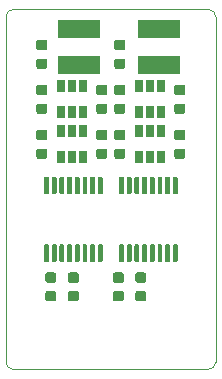
<source format=gbr>
%TF.GenerationSoftware,KiCad,Pcbnew,5.1.5+dfsg1-2~bpo10+1*%
%TF.CreationDate,Date%
%TF.ProjectId,ProMicro_ANA,50726f4d-6963-4726-9f5f-414e412e6b69,v1.0*%
%TF.SameCoordinates,Original*%
%TF.FileFunction,Paste,Bot*%
%TF.FilePolarity,Positive*%
%FSLAX45Y45*%
G04 Gerber Fmt 4.5, Leading zero omitted, Abs format (unit mm)*
G04 Created by KiCad*
%MOMM*%
%LPD*%
G04 APERTURE LIST*
%ADD10C,0.100000*%
%ADD11R,3.600000X1.500000*%
%ADD12C,0.150000*%
%ADD13R,0.650000X1.060000*%
G04 APERTURE END LIST*
D10*
X-63500Y-127000D02*
G75*
G02X-127000Y-63500I0J63500D01*
G01*
X1651000Y-63500D02*
G75*
G02X1587500Y-127000I-63500J0D01*
G01*
X1587500Y2921000D02*
G75*
G02X1651000Y2857500I0J-63500D01*
G01*
X-127000Y2857500D02*
G75*
G02X-63500Y2921000I63500J0D01*
G01*
X-127000Y-63500D02*
X-127000Y2857500D01*
X1587500Y-127000D02*
X-63500Y-127000D01*
X1651000Y2857500D02*
X1651000Y-63500D01*
X-63500Y2921000D02*
X1587500Y2921000D01*
D11*
X1168400Y2451000D03*
X1168400Y2756000D03*
X495300Y2451000D03*
X495300Y2756000D03*
D12*
G36*
X1373969Y2281395D02*
G01*
X1376093Y2281080D01*
X1378175Y2280558D01*
X1380196Y2279835D01*
X1382137Y2278917D01*
X1383978Y2277813D01*
X1385702Y2276535D01*
X1387293Y2275093D01*
X1388735Y2273502D01*
X1390013Y2271778D01*
X1391117Y2269937D01*
X1392035Y2267996D01*
X1392758Y2265975D01*
X1393280Y2263893D01*
X1393595Y2261769D01*
X1393700Y2259625D01*
X1393700Y2215875D01*
X1393595Y2213731D01*
X1393280Y2211607D01*
X1392758Y2209525D01*
X1392035Y2207504D01*
X1391117Y2205563D01*
X1390013Y2203722D01*
X1388735Y2201998D01*
X1387293Y2200407D01*
X1385702Y2198965D01*
X1383978Y2197687D01*
X1382137Y2196583D01*
X1380196Y2195665D01*
X1378175Y2194942D01*
X1376093Y2194420D01*
X1373969Y2194105D01*
X1371825Y2194000D01*
X1320575Y2194000D01*
X1318431Y2194105D01*
X1316307Y2194420D01*
X1314225Y2194942D01*
X1312204Y2195665D01*
X1310263Y2196583D01*
X1308422Y2197687D01*
X1306698Y2198965D01*
X1305107Y2200407D01*
X1303665Y2201998D01*
X1302387Y2203722D01*
X1301283Y2205563D01*
X1300365Y2207504D01*
X1299642Y2209525D01*
X1299120Y2211607D01*
X1298805Y2213731D01*
X1298700Y2215875D01*
X1298700Y2259625D01*
X1298805Y2261769D01*
X1299120Y2263893D01*
X1299642Y2265975D01*
X1300365Y2267996D01*
X1301283Y2269937D01*
X1302387Y2271778D01*
X1303665Y2273502D01*
X1305107Y2275093D01*
X1306698Y2276535D01*
X1308422Y2277813D01*
X1310263Y2278917D01*
X1312204Y2279835D01*
X1314225Y2280558D01*
X1316307Y2281080D01*
X1318431Y2281395D01*
X1320575Y2281500D01*
X1371825Y2281500D01*
X1373969Y2281395D01*
G37*
G36*
X1373969Y2123895D02*
G01*
X1376093Y2123580D01*
X1378175Y2123058D01*
X1380196Y2122335D01*
X1382137Y2121417D01*
X1383978Y2120313D01*
X1385702Y2119035D01*
X1387293Y2117593D01*
X1388735Y2116002D01*
X1390013Y2114278D01*
X1391117Y2112437D01*
X1392035Y2110496D01*
X1392758Y2108475D01*
X1393280Y2106393D01*
X1393595Y2104269D01*
X1393700Y2102125D01*
X1393700Y2058375D01*
X1393595Y2056231D01*
X1393280Y2054107D01*
X1392758Y2052025D01*
X1392035Y2050004D01*
X1391117Y2048063D01*
X1390013Y2046222D01*
X1388735Y2044498D01*
X1387293Y2042907D01*
X1385702Y2041465D01*
X1383978Y2040187D01*
X1382137Y2039083D01*
X1380196Y2038165D01*
X1378175Y2037442D01*
X1376093Y2036920D01*
X1373969Y2036605D01*
X1371825Y2036500D01*
X1320575Y2036500D01*
X1318431Y2036605D01*
X1316307Y2036920D01*
X1314225Y2037442D01*
X1312204Y2038165D01*
X1310263Y2039083D01*
X1308422Y2040187D01*
X1306698Y2041465D01*
X1305107Y2042907D01*
X1303665Y2044498D01*
X1302387Y2046222D01*
X1301283Y2048063D01*
X1300365Y2050004D01*
X1299642Y2052025D01*
X1299120Y2054107D01*
X1298805Y2056231D01*
X1298700Y2058375D01*
X1298700Y2102125D01*
X1298805Y2104269D01*
X1299120Y2106393D01*
X1299642Y2108475D01*
X1300365Y2110496D01*
X1301283Y2112437D01*
X1302387Y2114278D01*
X1303665Y2116002D01*
X1305107Y2117593D01*
X1306698Y2119035D01*
X1308422Y2120313D01*
X1310263Y2121417D01*
X1312204Y2122335D01*
X1314225Y2123058D01*
X1316307Y2123580D01*
X1318431Y2123895D01*
X1320575Y2124000D01*
X1371825Y2124000D01*
X1373969Y2123895D01*
G37*
G36*
X713569Y2281395D02*
G01*
X715693Y2281080D01*
X717775Y2280558D01*
X719796Y2279835D01*
X721737Y2278917D01*
X723578Y2277813D01*
X725302Y2276535D01*
X726893Y2275093D01*
X728335Y2273502D01*
X729613Y2271778D01*
X730717Y2269937D01*
X731635Y2267996D01*
X732358Y2265975D01*
X732880Y2263893D01*
X733195Y2261769D01*
X733300Y2259625D01*
X733300Y2215875D01*
X733195Y2213731D01*
X732880Y2211607D01*
X732358Y2209525D01*
X731635Y2207504D01*
X730717Y2205563D01*
X729613Y2203722D01*
X728335Y2201998D01*
X726893Y2200407D01*
X725302Y2198965D01*
X723578Y2197687D01*
X721737Y2196583D01*
X719796Y2195665D01*
X717775Y2194942D01*
X715693Y2194420D01*
X713569Y2194105D01*
X711425Y2194000D01*
X660175Y2194000D01*
X658031Y2194105D01*
X655907Y2194420D01*
X653825Y2194942D01*
X651804Y2195665D01*
X649863Y2196583D01*
X648022Y2197687D01*
X646298Y2198965D01*
X644707Y2200407D01*
X643265Y2201998D01*
X641987Y2203722D01*
X640883Y2205563D01*
X639965Y2207504D01*
X639242Y2209525D01*
X638720Y2211607D01*
X638405Y2213731D01*
X638300Y2215875D01*
X638300Y2259625D01*
X638405Y2261769D01*
X638720Y2263893D01*
X639242Y2265975D01*
X639965Y2267996D01*
X640883Y2269937D01*
X641987Y2271778D01*
X643265Y2273502D01*
X644707Y2275093D01*
X646298Y2276535D01*
X648022Y2277813D01*
X649863Y2278917D01*
X651804Y2279835D01*
X653825Y2280558D01*
X655907Y2281080D01*
X658031Y2281395D01*
X660175Y2281500D01*
X711425Y2281500D01*
X713569Y2281395D01*
G37*
G36*
X713569Y2123895D02*
G01*
X715693Y2123580D01*
X717775Y2123058D01*
X719796Y2122335D01*
X721737Y2121417D01*
X723578Y2120313D01*
X725302Y2119035D01*
X726893Y2117593D01*
X728335Y2116002D01*
X729613Y2114278D01*
X730717Y2112437D01*
X731635Y2110496D01*
X732358Y2108475D01*
X732880Y2106393D01*
X733195Y2104269D01*
X733300Y2102125D01*
X733300Y2058375D01*
X733195Y2056231D01*
X732880Y2054107D01*
X732358Y2052025D01*
X731635Y2050004D01*
X730717Y2048063D01*
X729613Y2046222D01*
X728335Y2044498D01*
X726893Y2042907D01*
X725302Y2041465D01*
X723578Y2040187D01*
X721737Y2039083D01*
X719796Y2038165D01*
X717775Y2037442D01*
X715693Y2036920D01*
X713569Y2036605D01*
X711425Y2036500D01*
X660175Y2036500D01*
X658031Y2036605D01*
X655907Y2036920D01*
X653825Y2037442D01*
X651804Y2038165D01*
X649863Y2039083D01*
X648022Y2040187D01*
X646298Y2041465D01*
X644707Y2042907D01*
X643265Y2044498D01*
X641987Y2046222D01*
X640883Y2048063D01*
X639965Y2050004D01*
X639242Y2052025D01*
X638720Y2054107D01*
X638405Y2056231D01*
X638300Y2058375D01*
X638300Y2102125D01*
X638405Y2104269D01*
X638720Y2106393D01*
X639242Y2108475D01*
X639965Y2110496D01*
X640883Y2112437D01*
X641987Y2114278D01*
X643265Y2116002D01*
X644707Y2117593D01*
X646298Y2119035D01*
X648022Y2120313D01*
X649863Y2121417D01*
X651804Y2122335D01*
X653825Y2123058D01*
X655907Y2123580D01*
X658031Y2123895D01*
X660175Y2124000D01*
X711425Y2124000D01*
X713569Y2123895D01*
G37*
G36*
X865969Y2504895D02*
G01*
X868093Y2504580D01*
X870175Y2504058D01*
X872196Y2503335D01*
X874137Y2502417D01*
X875978Y2501313D01*
X877702Y2500035D01*
X879293Y2498593D01*
X880735Y2497002D01*
X882013Y2495278D01*
X883117Y2493437D01*
X884035Y2491496D01*
X884758Y2489475D01*
X885280Y2487393D01*
X885595Y2485269D01*
X885700Y2483125D01*
X885700Y2439375D01*
X885595Y2437231D01*
X885280Y2435107D01*
X884758Y2433025D01*
X884035Y2431004D01*
X883117Y2429063D01*
X882013Y2427222D01*
X880735Y2425498D01*
X879293Y2423907D01*
X877702Y2422465D01*
X875978Y2421187D01*
X874137Y2420083D01*
X872196Y2419165D01*
X870175Y2418442D01*
X868093Y2417920D01*
X865969Y2417605D01*
X863825Y2417500D01*
X812575Y2417500D01*
X810431Y2417605D01*
X808307Y2417920D01*
X806225Y2418442D01*
X804204Y2419165D01*
X802263Y2420083D01*
X800422Y2421187D01*
X798698Y2422465D01*
X797107Y2423907D01*
X795665Y2425498D01*
X794387Y2427222D01*
X793283Y2429063D01*
X792365Y2431004D01*
X791642Y2433025D01*
X791120Y2435107D01*
X790805Y2437231D01*
X790700Y2439375D01*
X790700Y2483125D01*
X790805Y2485269D01*
X791120Y2487393D01*
X791642Y2489475D01*
X792365Y2491496D01*
X793283Y2493437D01*
X794387Y2495278D01*
X795665Y2497002D01*
X797107Y2498593D01*
X798698Y2500035D01*
X800422Y2501313D01*
X802263Y2502417D01*
X804204Y2503335D01*
X806225Y2504058D01*
X808307Y2504580D01*
X810431Y2504895D01*
X812575Y2505000D01*
X863825Y2505000D01*
X865969Y2504895D01*
G37*
G36*
X865969Y2662395D02*
G01*
X868093Y2662080D01*
X870175Y2661558D01*
X872196Y2660835D01*
X874137Y2659917D01*
X875978Y2658813D01*
X877702Y2657535D01*
X879293Y2656093D01*
X880735Y2654502D01*
X882013Y2652778D01*
X883117Y2650937D01*
X884035Y2648996D01*
X884758Y2646975D01*
X885280Y2644893D01*
X885595Y2642769D01*
X885700Y2640625D01*
X885700Y2596875D01*
X885595Y2594731D01*
X885280Y2592607D01*
X884758Y2590525D01*
X884035Y2588504D01*
X883117Y2586563D01*
X882013Y2584722D01*
X880735Y2582998D01*
X879293Y2581407D01*
X877702Y2579965D01*
X875978Y2578687D01*
X874137Y2577583D01*
X872196Y2576665D01*
X870175Y2575942D01*
X868093Y2575420D01*
X865969Y2575105D01*
X863825Y2575000D01*
X812575Y2575000D01*
X810431Y2575105D01*
X808307Y2575420D01*
X806225Y2575942D01*
X804204Y2576665D01*
X802263Y2577583D01*
X800422Y2578687D01*
X798698Y2579965D01*
X797107Y2581407D01*
X795665Y2582998D01*
X794387Y2584722D01*
X793283Y2586563D01*
X792365Y2588504D01*
X791642Y2590525D01*
X791120Y2592607D01*
X790805Y2594731D01*
X790700Y2596875D01*
X790700Y2640625D01*
X790805Y2642769D01*
X791120Y2644893D01*
X791642Y2646975D01*
X792365Y2648996D01*
X793283Y2650937D01*
X794387Y2652778D01*
X795665Y2654502D01*
X797107Y2656093D01*
X798698Y2657535D01*
X800422Y2658813D01*
X802263Y2659917D01*
X804204Y2660835D01*
X806225Y2661558D01*
X808307Y2662080D01*
X810431Y2662395D01*
X812575Y2662500D01*
X863825Y2662500D01*
X865969Y2662395D01*
G37*
G36*
X205569Y2504895D02*
G01*
X207693Y2504580D01*
X209775Y2504058D01*
X211796Y2503335D01*
X213737Y2502417D01*
X215578Y2501313D01*
X217302Y2500035D01*
X218893Y2498593D01*
X220335Y2497002D01*
X221613Y2495278D01*
X222717Y2493437D01*
X223635Y2491496D01*
X224358Y2489475D01*
X224880Y2487393D01*
X225195Y2485269D01*
X225300Y2483125D01*
X225300Y2439375D01*
X225195Y2437231D01*
X224880Y2435107D01*
X224358Y2433025D01*
X223635Y2431004D01*
X222717Y2429063D01*
X221613Y2427222D01*
X220335Y2425498D01*
X218893Y2423907D01*
X217302Y2422465D01*
X215578Y2421187D01*
X213737Y2420083D01*
X211796Y2419165D01*
X209775Y2418442D01*
X207693Y2417920D01*
X205569Y2417605D01*
X203425Y2417500D01*
X152175Y2417500D01*
X150031Y2417605D01*
X147907Y2417920D01*
X145825Y2418442D01*
X143804Y2419165D01*
X141863Y2420083D01*
X140022Y2421187D01*
X138298Y2422465D01*
X136707Y2423907D01*
X135265Y2425498D01*
X133987Y2427222D01*
X132883Y2429063D01*
X131965Y2431004D01*
X131242Y2433025D01*
X130720Y2435107D01*
X130405Y2437231D01*
X130300Y2439375D01*
X130300Y2483125D01*
X130405Y2485269D01*
X130720Y2487393D01*
X131242Y2489475D01*
X131965Y2491496D01*
X132883Y2493437D01*
X133987Y2495278D01*
X135265Y2497002D01*
X136707Y2498593D01*
X138298Y2500035D01*
X140022Y2501313D01*
X141863Y2502417D01*
X143804Y2503335D01*
X145825Y2504058D01*
X147907Y2504580D01*
X150031Y2504895D01*
X152175Y2505000D01*
X203425Y2505000D01*
X205569Y2504895D01*
G37*
G36*
X205569Y2662395D02*
G01*
X207693Y2662080D01*
X209775Y2661558D01*
X211796Y2660835D01*
X213737Y2659917D01*
X215578Y2658813D01*
X217302Y2657535D01*
X218893Y2656093D01*
X220335Y2654502D01*
X221613Y2652778D01*
X222717Y2650937D01*
X223635Y2648996D01*
X224358Y2646975D01*
X224880Y2644893D01*
X225195Y2642769D01*
X225300Y2640625D01*
X225300Y2596875D01*
X225195Y2594731D01*
X224880Y2592607D01*
X224358Y2590525D01*
X223635Y2588504D01*
X222717Y2586563D01*
X221613Y2584722D01*
X220335Y2582998D01*
X218893Y2581407D01*
X217302Y2579965D01*
X215578Y2578687D01*
X213737Y2577583D01*
X211796Y2576665D01*
X209775Y2575942D01*
X207693Y2575420D01*
X205569Y2575105D01*
X203425Y2575000D01*
X152175Y2575000D01*
X150031Y2575105D01*
X147907Y2575420D01*
X145825Y2575942D01*
X143804Y2576665D01*
X141863Y2577583D01*
X140022Y2578687D01*
X138298Y2579965D01*
X136707Y2581407D01*
X135265Y2582998D01*
X133987Y2584722D01*
X132883Y2586563D01*
X131965Y2588504D01*
X131242Y2590525D01*
X130720Y2592607D01*
X130405Y2594731D01*
X130300Y2596875D01*
X130300Y2640625D01*
X130405Y2642769D01*
X130720Y2644893D01*
X131242Y2646975D01*
X131965Y2648996D01*
X132883Y2650937D01*
X133987Y2652778D01*
X135265Y2654502D01*
X136707Y2656093D01*
X138298Y2657535D01*
X140022Y2658813D01*
X141863Y2659917D01*
X143804Y2660835D01*
X145825Y2661558D01*
X147907Y2662080D01*
X150031Y2662395D01*
X152175Y2662500D01*
X203425Y2662500D01*
X205569Y2662395D01*
G37*
D13*
X1092200Y1668000D03*
X997200Y1668000D03*
X1187200Y1668000D03*
X1187200Y1888000D03*
X1092200Y1888000D03*
X997200Y1888000D03*
X431800Y1668000D03*
X336800Y1668000D03*
X526800Y1668000D03*
X526800Y1888000D03*
X431800Y1888000D03*
X336800Y1888000D03*
X1092200Y2049000D03*
X997200Y2049000D03*
X1187200Y2049000D03*
X1187200Y2269000D03*
X1092200Y2269000D03*
X997200Y2269000D03*
X431800Y2049000D03*
X336800Y2049000D03*
X526800Y2049000D03*
X526800Y2269000D03*
X431800Y2269000D03*
X336800Y2269000D03*
D12*
G36*
X865969Y1900395D02*
G01*
X868093Y1900080D01*
X870175Y1899558D01*
X872196Y1898835D01*
X874137Y1897917D01*
X875978Y1896813D01*
X877702Y1895535D01*
X879293Y1894093D01*
X880735Y1892502D01*
X882013Y1890778D01*
X883117Y1888937D01*
X884035Y1886996D01*
X884758Y1884975D01*
X885280Y1882893D01*
X885595Y1880769D01*
X885700Y1878625D01*
X885700Y1834875D01*
X885595Y1832731D01*
X885280Y1830607D01*
X884758Y1828525D01*
X884035Y1826504D01*
X883117Y1824563D01*
X882013Y1822722D01*
X880735Y1820998D01*
X879293Y1819407D01*
X877702Y1817965D01*
X875978Y1816687D01*
X874137Y1815583D01*
X872196Y1814665D01*
X870175Y1813942D01*
X868093Y1813420D01*
X865969Y1813105D01*
X863825Y1813000D01*
X812575Y1813000D01*
X810431Y1813105D01*
X808307Y1813420D01*
X806225Y1813942D01*
X804204Y1814665D01*
X802263Y1815583D01*
X800422Y1816687D01*
X798698Y1817965D01*
X797107Y1819407D01*
X795665Y1820998D01*
X794387Y1822722D01*
X793283Y1824563D01*
X792365Y1826504D01*
X791642Y1828525D01*
X791120Y1830607D01*
X790805Y1832731D01*
X790700Y1834875D01*
X790700Y1878625D01*
X790805Y1880769D01*
X791120Y1882893D01*
X791642Y1884975D01*
X792365Y1886996D01*
X793283Y1888937D01*
X794387Y1890778D01*
X795665Y1892502D01*
X797107Y1894093D01*
X798698Y1895535D01*
X800422Y1896813D01*
X802263Y1897917D01*
X804204Y1898835D01*
X806225Y1899558D01*
X808307Y1900080D01*
X810431Y1900395D01*
X812575Y1900500D01*
X863825Y1900500D01*
X865969Y1900395D01*
G37*
G36*
X865969Y1742895D02*
G01*
X868093Y1742580D01*
X870175Y1742058D01*
X872196Y1741335D01*
X874137Y1740417D01*
X875978Y1739313D01*
X877702Y1738035D01*
X879293Y1736593D01*
X880735Y1735002D01*
X882013Y1733278D01*
X883117Y1731437D01*
X884035Y1729496D01*
X884758Y1727475D01*
X885280Y1725393D01*
X885595Y1723269D01*
X885700Y1721125D01*
X885700Y1677375D01*
X885595Y1675231D01*
X885280Y1673107D01*
X884758Y1671025D01*
X884035Y1669004D01*
X883117Y1667063D01*
X882013Y1665222D01*
X880735Y1663498D01*
X879293Y1661907D01*
X877702Y1660465D01*
X875978Y1659187D01*
X874137Y1658083D01*
X872196Y1657165D01*
X870175Y1656442D01*
X868093Y1655920D01*
X865969Y1655605D01*
X863825Y1655500D01*
X812575Y1655500D01*
X810431Y1655605D01*
X808307Y1655920D01*
X806225Y1656442D01*
X804204Y1657165D01*
X802263Y1658083D01*
X800422Y1659187D01*
X798698Y1660465D01*
X797107Y1661907D01*
X795665Y1663498D01*
X794387Y1665222D01*
X793283Y1667063D01*
X792365Y1669004D01*
X791642Y1671025D01*
X791120Y1673107D01*
X790805Y1675231D01*
X790700Y1677375D01*
X790700Y1721125D01*
X790805Y1723269D01*
X791120Y1725393D01*
X791642Y1727475D01*
X792365Y1729496D01*
X793283Y1731437D01*
X794387Y1733278D01*
X795665Y1735002D01*
X797107Y1736593D01*
X798698Y1738035D01*
X800422Y1739313D01*
X802263Y1740417D01*
X804204Y1741335D01*
X806225Y1742058D01*
X808307Y1742580D01*
X810431Y1742895D01*
X812575Y1743000D01*
X863825Y1743000D01*
X865969Y1742895D01*
G37*
G36*
X865969Y2281395D02*
G01*
X868093Y2281080D01*
X870175Y2280558D01*
X872196Y2279835D01*
X874137Y2278917D01*
X875978Y2277813D01*
X877702Y2276535D01*
X879293Y2275093D01*
X880735Y2273502D01*
X882013Y2271778D01*
X883117Y2269937D01*
X884035Y2267996D01*
X884758Y2265975D01*
X885280Y2263893D01*
X885595Y2261769D01*
X885700Y2259625D01*
X885700Y2215875D01*
X885595Y2213731D01*
X885280Y2211607D01*
X884758Y2209525D01*
X884035Y2207504D01*
X883117Y2205563D01*
X882013Y2203722D01*
X880735Y2201998D01*
X879293Y2200407D01*
X877702Y2198965D01*
X875978Y2197687D01*
X874137Y2196583D01*
X872196Y2195665D01*
X870175Y2194942D01*
X868093Y2194420D01*
X865969Y2194105D01*
X863825Y2194000D01*
X812575Y2194000D01*
X810431Y2194105D01*
X808307Y2194420D01*
X806225Y2194942D01*
X804204Y2195665D01*
X802263Y2196583D01*
X800422Y2197687D01*
X798698Y2198965D01*
X797107Y2200407D01*
X795665Y2201998D01*
X794387Y2203722D01*
X793283Y2205563D01*
X792365Y2207504D01*
X791642Y2209525D01*
X791120Y2211607D01*
X790805Y2213731D01*
X790700Y2215875D01*
X790700Y2259625D01*
X790805Y2261769D01*
X791120Y2263893D01*
X791642Y2265975D01*
X792365Y2267996D01*
X793283Y2269937D01*
X794387Y2271778D01*
X795665Y2273502D01*
X797107Y2275093D01*
X798698Y2276535D01*
X800422Y2277813D01*
X802263Y2278917D01*
X804204Y2279835D01*
X806225Y2280558D01*
X808307Y2281080D01*
X810431Y2281395D01*
X812575Y2281500D01*
X863825Y2281500D01*
X865969Y2281395D01*
G37*
G36*
X865969Y2123895D02*
G01*
X868093Y2123580D01*
X870175Y2123058D01*
X872196Y2122335D01*
X874137Y2121417D01*
X875978Y2120313D01*
X877702Y2119035D01*
X879293Y2117593D01*
X880735Y2116002D01*
X882013Y2114278D01*
X883117Y2112437D01*
X884035Y2110496D01*
X884758Y2108475D01*
X885280Y2106393D01*
X885595Y2104269D01*
X885700Y2102125D01*
X885700Y2058375D01*
X885595Y2056231D01*
X885280Y2054107D01*
X884758Y2052025D01*
X884035Y2050004D01*
X883117Y2048063D01*
X882013Y2046222D01*
X880735Y2044498D01*
X879293Y2042907D01*
X877702Y2041465D01*
X875978Y2040187D01*
X874137Y2039083D01*
X872196Y2038165D01*
X870175Y2037442D01*
X868093Y2036920D01*
X865969Y2036605D01*
X863825Y2036500D01*
X812575Y2036500D01*
X810431Y2036605D01*
X808307Y2036920D01*
X806225Y2037442D01*
X804204Y2038165D01*
X802263Y2039083D01*
X800422Y2040187D01*
X798698Y2041465D01*
X797107Y2042907D01*
X795665Y2044498D01*
X794387Y2046222D01*
X793283Y2048063D01*
X792365Y2050004D01*
X791642Y2052025D01*
X791120Y2054107D01*
X790805Y2056231D01*
X790700Y2058375D01*
X790700Y2102125D01*
X790805Y2104269D01*
X791120Y2106393D01*
X791642Y2108475D01*
X792365Y2110496D01*
X793283Y2112437D01*
X794387Y2114278D01*
X795665Y2116002D01*
X797107Y2117593D01*
X798698Y2119035D01*
X800422Y2120313D01*
X802263Y2121417D01*
X804204Y2122335D01*
X806225Y2123058D01*
X808307Y2123580D01*
X810431Y2123895D01*
X812575Y2124000D01*
X863825Y2124000D01*
X865969Y2123895D01*
G37*
G36*
X205569Y1900395D02*
G01*
X207693Y1900080D01*
X209775Y1899558D01*
X211796Y1898835D01*
X213737Y1897917D01*
X215578Y1896813D01*
X217302Y1895535D01*
X218893Y1894093D01*
X220335Y1892502D01*
X221613Y1890778D01*
X222717Y1888937D01*
X223635Y1886996D01*
X224358Y1884975D01*
X224880Y1882893D01*
X225195Y1880769D01*
X225300Y1878625D01*
X225300Y1834875D01*
X225195Y1832731D01*
X224880Y1830607D01*
X224358Y1828525D01*
X223635Y1826504D01*
X222717Y1824563D01*
X221613Y1822722D01*
X220335Y1820998D01*
X218893Y1819407D01*
X217302Y1817965D01*
X215578Y1816687D01*
X213737Y1815583D01*
X211796Y1814665D01*
X209775Y1813942D01*
X207693Y1813420D01*
X205569Y1813105D01*
X203425Y1813000D01*
X152175Y1813000D01*
X150031Y1813105D01*
X147907Y1813420D01*
X145825Y1813942D01*
X143804Y1814665D01*
X141863Y1815583D01*
X140022Y1816687D01*
X138298Y1817965D01*
X136707Y1819407D01*
X135265Y1820998D01*
X133987Y1822722D01*
X132883Y1824563D01*
X131965Y1826504D01*
X131242Y1828525D01*
X130720Y1830607D01*
X130405Y1832731D01*
X130300Y1834875D01*
X130300Y1878625D01*
X130405Y1880769D01*
X130720Y1882893D01*
X131242Y1884975D01*
X131965Y1886996D01*
X132883Y1888937D01*
X133987Y1890778D01*
X135265Y1892502D01*
X136707Y1894093D01*
X138298Y1895535D01*
X140022Y1896813D01*
X141863Y1897917D01*
X143804Y1898835D01*
X145825Y1899558D01*
X147907Y1900080D01*
X150031Y1900395D01*
X152175Y1900500D01*
X203425Y1900500D01*
X205569Y1900395D01*
G37*
G36*
X205569Y1742895D02*
G01*
X207693Y1742580D01*
X209775Y1742058D01*
X211796Y1741335D01*
X213737Y1740417D01*
X215578Y1739313D01*
X217302Y1738035D01*
X218893Y1736593D01*
X220335Y1735002D01*
X221613Y1733278D01*
X222717Y1731437D01*
X223635Y1729496D01*
X224358Y1727475D01*
X224880Y1725393D01*
X225195Y1723269D01*
X225300Y1721125D01*
X225300Y1677375D01*
X225195Y1675231D01*
X224880Y1673107D01*
X224358Y1671025D01*
X223635Y1669004D01*
X222717Y1667063D01*
X221613Y1665222D01*
X220335Y1663498D01*
X218893Y1661907D01*
X217302Y1660465D01*
X215578Y1659187D01*
X213737Y1658083D01*
X211796Y1657165D01*
X209775Y1656442D01*
X207693Y1655920D01*
X205569Y1655605D01*
X203425Y1655500D01*
X152175Y1655500D01*
X150031Y1655605D01*
X147907Y1655920D01*
X145825Y1656442D01*
X143804Y1657165D01*
X141863Y1658083D01*
X140022Y1659187D01*
X138298Y1660465D01*
X136707Y1661907D01*
X135265Y1663498D01*
X133987Y1665222D01*
X132883Y1667063D01*
X131965Y1669004D01*
X131242Y1671025D01*
X130720Y1673107D01*
X130405Y1675231D01*
X130300Y1677375D01*
X130300Y1721125D01*
X130405Y1723269D01*
X130720Y1725393D01*
X131242Y1727475D01*
X131965Y1729496D01*
X132883Y1731437D01*
X133987Y1733278D01*
X135265Y1735002D01*
X136707Y1736593D01*
X138298Y1738035D01*
X140022Y1739313D01*
X141863Y1740417D01*
X143804Y1741335D01*
X145825Y1742058D01*
X147907Y1742580D01*
X150031Y1742895D01*
X152175Y1743000D01*
X203425Y1743000D01*
X205569Y1742895D01*
G37*
G36*
X205569Y2281395D02*
G01*
X207693Y2281080D01*
X209775Y2280558D01*
X211796Y2279835D01*
X213737Y2278917D01*
X215578Y2277813D01*
X217302Y2276535D01*
X218893Y2275093D01*
X220335Y2273502D01*
X221613Y2271778D01*
X222717Y2269937D01*
X223635Y2267996D01*
X224358Y2265975D01*
X224880Y2263893D01*
X225195Y2261769D01*
X225300Y2259625D01*
X225300Y2215875D01*
X225195Y2213731D01*
X224880Y2211607D01*
X224358Y2209525D01*
X223635Y2207504D01*
X222717Y2205563D01*
X221613Y2203722D01*
X220335Y2201998D01*
X218893Y2200407D01*
X217302Y2198965D01*
X215578Y2197687D01*
X213737Y2196583D01*
X211796Y2195665D01*
X209775Y2194942D01*
X207693Y2194420D01*
X205569Y2194105D01*
X203425Y2194000D01*
X152175Y2194000D01*
X150031Y2194105D01*
X147907Y2194420D01*
X145825Y2194942D01*
X143804Y2195665D01*
X141863Y2196583D01*
X140022Y2197687D01*
X138298Y2198965D01*
X136707Y2200407D01*
X135265Y2201998D01*
X133987Y2203722D01*
X132883Y2205563D01*
X131965Y2207504D01*
X131242Y2209525D01*
X130720Y2211607D01*
X130405Y2213731D01*
X130300Y2215875D01*
X130300Y2259625D01*
X130405Y2261769D01*
X130720Y2263893D01*
X131242Y2265975D01*
X131965Y2267996D01*
X132883Y2269937D01*
X133987Y2271778D01*
X135265Y2273502D01*
X136707Y2275093D01*
X138298Y2276535D01*
X140022Y2277813D01*
X141863Y2278917D01*
X143804Y2279835D01*
X145825Y2280558D01*
X147907Y2281080D01*
X150031Y2281395D01*
X152175Y2281500D01*
X203425Y2281500D01*
X205569Y2281395D01*
G37*
G36*
X205569Y2123895D02*
G01*
X207693Y2123580D01*
X209775Y2123058D01*
X211796Y2122335D01*
X213737Y2121417D01*
X215578Y2120313D01*
X217302Y2119035D01*
X218893Y2117593D01*
X220335Y2116002D01*
X221613Y2114278D01*
X222717Y2112437D01*
X223635Y2110496D01*
X224358Y2108475D01*
X224880Y2106393D01*
X225195Y2104269D01*
X225300Y2102125D01*
X225300Y2058375D01*
X225195Y2056231D01*
X224880Y2054107D01*
X224358Y2052025D01*
X223635Y2050004D01*
X222717Y2048063D01*
X221613Y2046222D01*
X220335Y2044498D01*
X218893Y2042907D01*
X217302Y2041465D01*
X215578Y2040187D01*
X213737Y2039083D01*
X211796Y2038165D01*
X209775Y2037442D01*
X207693Y2036920D01*
X205569Y2036605D01*
X203425Y2036500D01*
X152175Y2036500D01*
X150031Y2036605D01*
X147907Y2036920D01*
X145825Y2037442D01*
X143804Y2038165D01*
X141863Y2039083D01*
X140022Y2040187D01*
X138298Y2041465D01*
X136707Y2042907D01*
X135265Y2044498D01*
X133987Y2046222D01*
X132883Y2048063D01*
X131965Y2050004D01*
X131242Y2052025D01*
X130720Y2054107D01*
X130405Y2056231D01*
X130300Y2058375D01*
X130300Y2102125D01*
X130405Y2104269D01*
X130720Y2106393D01*
X131242Y2108475D01*
X131965Y2110496D01*
X132883Y2112437D01*
X133987Y2114278D01*
X135265Y2116002D01*
X136707Y2117593D01*
X138298Y2119035D01*
X140022Y2120313D01*
X141863Y2121417D01*
X143804Y2122335D01*
X145825Y2123058D01*
X147907Y2123580D01*
X150031Y2123895D01*
X152175Y2124000D01*
X203425Y2124000D01*
X205569Y2123895D01*
G37*
G36*
X1043769Y536395D02*
G01*
X1045893Y536080D01*
X1047975Y535558D01*
X1049996Y534835D01*
X1051937Y533917D01*
X1053778Y532813D01*
X1055502Y531535D01*
X1057093Y530093D01*
X1058535Y528502D01*
X1059813Y526778D01*
X1060917Y524937D01*
X1061835Y522996D01*
X1062558Y520975D01*
X1063080Y518893D01*
X1063395Y516769D01*
X1063500Y514625D01*
X1063500Y470875D01*
X1063395Y468731D01*
X1063080Y466607D01*
X1062558Y464525D01*
X1061835Y462504D01*
X1060917Y460563D01*
X1059813Y458722D01*
X1058535Y456998D01*
X1057093Y455407D01*
X1055502Y453965D01*
X1053778Y452687D01*
X1051937Y451583D01*
X1049996Y450665D01*
X1047975Y449942D01*
X1045893Y449420D01*
X1043769Y449105D01*
X1041625Y449000D01*
X990375Y449000D01*
X988231Y449105D01*
X986107Y449420D01*
X984025Y449942D01*
X982004Y450665D01*
X980063Y451583D01*
X978222Y452687D01*
X976498Y453965D01*
X974907Y455407D01*
X973465Y456998D01*
X972187Y458722D01*
X971083Y460563D01*
X970165Y462504D01*
X969442Y464525D01*
X968920Y466607D01*
X968605Y468731D01*
X968500Y470875D01*
X968500Y514625D01*
X968605Y516769D01*
X968920Y518893D01*
X969442Y520975D01*
X970165Y522996D01*
X971083Y524937D01*
X972187Y526778D01*
X973465Y528502D01*
X974907Y530093D01*
X976498Y531535D01*
X978222Y532813D01*
X980063Y533917D01*
X982004Y534835D01*
X984025Y535558D01*
X986107Y536080D01*
X988231Y536395D01*
X990375Y536500D01*
X1041625Y536500D01*
X1043769Y536395D01*
G37*
G36*
X1043769Y693895D02*
G01*
X1045893Y693580D01*
X1047975Y693058D01*
X1049996Y692335D01*
X1051937Y691417D01*
X1053778Y690313D01*
X1055502Y689035D01*
X1057093Y687593D01*
X1058535Y686002D01*
X1059813Y684278D01*
X1060917Y682437D01*
X1061835Y680496D01*
X1062558Y678475D01*
X1063080Y676393D01*
X1063395Y674269D01*
X1063500Y672125D01*
X1063500Y628375D01*
X1063395Y626231D01*
X1063080Y624107D01*
X1062558Y622025D01*
X1061835Y620004D01*
X1060917Y618063D01*
X1059813Y616222D01*
X1058535Y614498D01*
X1057093Y612907D01*
X1055502Y611465D01*
X1053778Y610187D01*
X1051937Y609083D01*
X1049996Y608165D01*
X1047975Y607442D01*
X1045893Y606920D01*
X1043769Y606605D01*
X1041625Y606500D01*
X990375Y606500D01*
X988231Y606605D01*
X986107Y606920D01*
X984025Y607442D01*
X982004Y608165D01*
X980063Y609083D01*
X978222Y610187D01*
X976498Y611465D01*
X974907Y612907D01*
X973465Y614498D01*
X972187Y616222D01*
X971083Y618063D01*
X970165Y620004D01*
X969442Y622025D01*
X968920Y624107D01*
X968605Y626231D01*
X968500Y628375D01*
X968500Y672125D01*
X968605Y674269D01*
X968920Y676393D01*
X969442Y678475D01*
X970165Y680496D01*
X971083Y682437D01*
X972187Y684278D01*
X973465Y686002D01*
X974907Y687593D01*
X976498Y689035D01*
X978222Y690313D01*
X980063Y691417D01*
X982004Y692335D01*
X984025Y693058D01*
X986107Y693580D01*
X988231Y693895D01*
X990375Y694000D01*
X1041625Y694000D01*
X1043769Y693895D01*
G37*
G36*
X472269Y536395D02*
G01*
X474393Y536080D01*
X476475Y535558D01*
X478496Y534835D01*
X480437Y533917D01*
X482278Y532813D01*
X484002Y531535D01*
X485593Y530093D01*
X487035Y528502D01*
X488313Y526778D01*
X489417Y524937D01*
X490335Y522996D01*
X491058Y520975D01*
X491580Y518893D01*
X491895Y516769D01*
X492000Y514625D01*
X492000Y470875D01*
X491895Y468731D01*
X491580Y466607D01*
X491058Y464525D01*
X490335Y462504D01*
X489417Y460563D01*
X488313Y458722D01*
X487035Y456998D01*
X485593Y455407D01*
X484002Y453965D01*
X482278Y452687D01*
X480437Y451583D01*
X478496Y450665D01*
X476475Y449942D01*
X474393Y449420D01*
X472269Y449105D01*
X470125Y449000D01*
X418875Y449000D01*
X416731Y449105D01*
X414607Y449420D01*
X412525Y449942D01*
X410504Y450665D01*
X408563Y451583D01*
X406722Y452687D01*
X404998Y453965D01*
X403407Y455407D01*
X401965Y456998D01*
X400687Y458722D01*
X399583Y460563D01*
X398665Y462504D01*
X397942Y464525D01*
X397420Y466607D01*
X397105Y468731D01*
X397000Y470875D01*
X397000Y514625D01*
X397105Y516769D01*
X397420Y518893D01*
X397942Y520975D01*
X398665Y522996D01*
X399583Y524937D01*
X400687Y526778D01*
X401965Y528502D01*
X403407Y530093D01*
X404998Y531535D01*
X406722Y532813D01*
X408563Y533917D01*
X410504Y534835D01*
X412525Y535558D01*
X414607Y536080D01*
X416731Y536395D01*
X418875Y536500D01*
X470125Y536500D01*
X472269Y536395D01*
G37*
G36*
X472269Y693895D02*
G01*
X474393Y693580D01*
X476475Y693058D01*
X478496Y692335D01*
X480437Y691417D01*
X482278Y690313D01*
X484002Y689035D01*
X485593Y687593D01*
X487035Y686002D01*
X488313Y684278D01*
X489417Y682437D01*
X490335Y680496D01*
X491058Y678475D01*
X491580Y676393D01*
X491895Y674269D01*
X492000Y672125D01*
X492000Y628375D01*
X491895Y626231D01*
X491580Y624107D01*
X491058Y622025D01*
X490335Y620004D01*
X489417Y618063D01*
X488313Y616222D01*
X487035Y614498D01*
X485593Y612907D01*
X484002Y611465D01*
X482278Y610187D01*
X480437Y609083D01*
X478496Y608165D01*
X476475Y607442D01*
X474393Y606920D01*
X472269Y606605D01*
X470125Y606500D01*
X418875Y606500D01*
X416731Y606605D01*
X414607Y606920D01*
X412525Y607442D01*
X410504Y608165D01*
X408563Y609083D01*
X406722Y610187D01*
X404998Y611465D01*
X403407Y612907D01*
X401965Y614498D01*
X400687Y616222D01*
X399583Y618063D01*
X398665Y620004D01*
X397942Y622025D01*
X397420Y624107D01*
X397105Y626231D01*
X397000Y628375D01*
X397000Y672125D01*
X397105Y674269D01*
X397420Y676393D01*
X397942Y678475D01*
X398665Y680496D01*
X399583Y682437D01*
X400687Y684278D01*
X401965Y686002D01*
X403407Y687593D01*
X404998Y689035D01*
X406722Y690313D01*
X408563Y691417D01*
X410504Y692335D01*
X412525Y693058D01*
X414607Y693580D01*
X416731Y693895D01*
X418875Y694000D01*
X470125Y694000D01*
X472269Y693895D01*
G37*
G36*
X853269Y693895D02*
G01*
X855393Y693580D01*
X857475Y693058D01*
X859496Y692335D01*
X861437Y691417D01*
X863278Y690313D01*
X865002Y689035D01*
X866593Y687593D01*
X868035Y686002D01*
X869313Y684278D01*
X870417Y682437D01*
X871335Y680496D01*
X872058Y678475D01*
X872580Y676393D01*
X872895Y674269D01*
X873000Y672125D01*
X873000Y628375D01*
X872895Y626231D01*
X872580Y624107D01*
X872058Y622025D01*
X871335Y620004D01*
X870417Y618063D01*
X869313Y616222D01*
X868035Y614498D01*
X866593Y612907D01*
X865002Y611465D01*
X863278Y610187D01*
X861437Y609083D01*
X859496Y608165D01*
X857475Y607442D01*
X855393Y606920D01*
X853269Y606605D01*
X851125Y606500D01*
X799875Y606500D01*
X797731Y606605D01*
X795607Y606920D01*
X793525Y607442D01*
X791504Y608165D01*
X789563Y609083D01*
X787722Y610187D01*
X785998Y611465D01*
X784407Y612907D01*
X782965Y614498D01*
X781687Y616222D01*
X780583Y618063D01*
X779665Y620004D01*
X778942Y622025D01*
X778420Y624107D01*
X778105Y626231D01*
X778000Y628375D01*
X778000Y672125D01*
X778105Y674269D01*
X778420Y676393D01*
X778942Y678475D01*
X779665Y680496D01*
X780583Y682437D01*
X781687Y684278D01*
X782965Y686002D01*
X784407Y687593D01*
X785998Y689035D01*
X787722Y690313D01*
X789563Y691417D01*
X791504Y692335D01*
X793525Y693058D01*
X795607Y693580D01*
X797731Y693895D01*
X799875Y694000D01*
X851125Y694000D01*
X853269Y693895D01*
G37*
G36*
X853269Y536395D02*
G01*
X855393Y536080D01*
X857475Y535558D01*
X859496Y534835D01*
X861437Y533917D01*
X863278Y532813D01*
X865002Y531535D01*
X866593Y530093D01*
X868035Y528502D01*
X869313Y526778D01*
X870417Y524937D01*
X871335Y522996D01*
X872058Y520975D01*
X872580Y518893D01*
X872895Y516769D01*
X873000Y514625D01*
X873000Y470875D01*
X872895Y468731D01*
X872580Y466607D01*
X872058Y464525D01*
X871335Y462504D01*
X870417Y460563D01*
X869313Y458722D01*
X868035Y456998D01*
X866593Y455407D01*
X865002Y453965D01*
X863278Y452687D01*
X861437Y451583D01*
X859496Y450665D01*
X857475Y449942D01*
X855393Y449420D01*
X853269Y449105D01*
X851125Y449000D01*
X799875Y449000D01*
X797731Y449105D01*
X795607Y449420D01*
X793525Y449942D01*
X791504Y450665D01*
X789563Y451583D01*
X787722Y452687D01*
X785998Y453965D01*
X784407Y455407D01*
X782965Y456998D01*
X781687Y458722D01*
X780583Y460563D01*
X779665Y462504D01*
X778942Y464525D01*
X778420Y466607D01*
X778105Y468731D01*
X778000Y470875D01*
X778000Y514625D01*
X778105Y516769D01*
X778420Y518893D01*
X778942Y520975D01*
X779665Y522996D01*
X780583Y524937D01*
X781687Y526778D01*
X782965Y528502D01*
X784407Y530093D01*
X785998Y531535D01*
X787722Y532813D01*
X789563Y533917D01*
X791504Y534835D01*
X793525Y535558D01*
X795607Y536080D01*
X797731Y536395D01*
X799875Y536500D01*
X851125Y536500D01*
X853269Y536395D01*
G37*
G36*
X281769Y693895D02*
G01*
X283893Y693580D01*
X285975Y693058D01*
X287996Y692335D01*
X289937Y691417D01*
X291778Y690313D01*
X293502Y689035D01*
X295093Y687593D01*
X296535Y686002D01*
X297813Y684278D01*
X298917Y682437D01*
X299835Y680496D01*
X300558Y678475D01*
X301080Y676393D01*
X301395Y674269D01*
X301500Y672125D01*
X301500Y628375D01*
X301395Y626231D01*
X301080Y624107D01*
X300558Y622025D01*
X299835Y620004D01*
X298917Y618063D01*
X297813Y616222D01*
X296535Y614498D01*
X295093Y612907D01*
X293502Y611465D01*
X291778Y610187D01*
X289937Y609083D01*
X287996Y608165D01*
X285975Y607442D01*
X283893Y606920D01*
X281769Y606605D01*
X279625Y606500D01*
X228375Y606500D01*
X226231Y606605D01*
X224107Y606920D01*
X222025Y607442D01*
X220004Y608165D01*
X218063Y609083D01*
X216222Y610187D01*
X214498Y611465D01*
X212907Y612907D01*
X211465Y614498D01*
X210187Y616222D01*
X209083Y618063D01*
X208165Y620004D01*
X207442Y622025D01*
X206920Y624107D01*
X206605Y626231D01*
X206500Y628375D01*
X206500Y672125D01*
X206605Y674269D01*
X206920Y676393D01*
X207442Y678475D01*
X208165Y680496D01*
X209083Y682437D01*
X210187Y684278D01*
X211465Y686002D01*
X212907Y687593D01*
X214498Y689035D01*
X216222Y690313D01*
X218063Y691417D01*
X220004Y692335D01*
X222025Y693058D01*
X224107Y693580D01*
X226231Y693895D01*
X228375Y694000D01*
X279625Y694000D01*
X281769Y693895D01*
G37*
G36*
X281769Y536395D02*
G01*
X283893Y536080D01*
X285975Y535558D01*
X287996Y534835D01*
X289937Y533917D01*
X291778Y532813D01*
X293502Y531535D01*
X295093Y530093D01*
X296535Y528502D01*
X297813Y526778D01*
X298917Y524937D01*
X299835Y522996D01*
X300558Y520975D01*
X301080Y518893D01*
X301395Y516769D01*
X301500Y514625D01*
X301500Y470875D01*
X301395Y468731D01*
X301080Y466607D01*
X300558Y464525D01*
X299835Y462504D01*
X298917Y460563D01*
X297813Y458722D01*
X296535Y456998D01*
X295093Y455407D01*
X293502Y453965D01*
X291778Y452687D01*
X289937Y451583D01*
X287996Y450665D01*
X285975Y449942D01*
X283893Y449420D01*
X281769Y449105D01*
X279625Y449000D01*
X228375Y449000D01*
X226231Y449105D01*
X224107Y449420D01*
X222025Y449942D01*
X220004Y450665D01*
X218063Y451583D01*
X216222Y452687D01*
X214498Y453965D01*
X212907Y455407D01*
X211465Y456998D01*
X210187Y458722D01*
X209083Y460563D01*
X208165Y462504D01*
X207442Y464525D01*
X206920Y466607D01*
X206605Y468731D01*
X206500Y470875D01*
X206500Y514625D01*
X206605Y516769D01*
X206920Y518893D01*
X207442Y520975D01*
X208165Y522996D01*
X209083Y524937D01*
X210187Y526778D01*
X211465Y528502D01*
X212907Y530093D01*
X214498Y531535D01*
X216222Y532813D01*
X218063Y533917D01*
X220004Y534835D01*
X222025Y535558D01*
X224107Y536080D01*
X226231Y536395D01*
X228375Y536500D01*
X279625Y536500D01*
X281769Y536395D01*
G37*
G36*
X1373969Y1742895D02*
G01*
X1376093Y1742580D01*
X1378175Y1742058D01*
X1380196Y1741335D01*
X1382137Y1740417D01*
X1383978Y1739313D01*
X1385702Y1738035D01*
X1387293Y1736593D01*
X1388735Y1735002D01*
X1390013Y1733278D01*
X1391117Y1731437D01*
X1392035Y1729496D01*
X1392758Y1727475D01*
X1393280Y1725393D01*
X1393595Y1723269D01*
X1393700Y1721125D01*
X1393700Y1677375D01*
X1393595Y1675231D01*
X1393280Y1673107D01*
X1392758Y1671025D01*
X1392035Y1669004D01*
X1391117Y1667063D01*
X1390013Y1665222D01*
X1388735Y1663498D01*
X1387293Y1661907D01*
X1385702Y1660465D01*
X1383978Y1659187D01*
X1382137Y1658083D01*
X1380196Y1657165D01*
X1378175Y1656442D01*
X1376093Y1655920D01*
X1373969Y1655605D01*
X1371825Y1655500D01*
X1320575Y1655500D01*
X1318431Y1655605D01*
X1316307Y1655920D01*
X1314225Y1656442D01*
X1312204Y1657165D01*
X1310263Y1658083D01*
X1308422Y1659187D01*
X1306698Y1660465D01*
X1305107Y1661907D01*
X1303665Y1663498D01*
X1302387Y1665222D01*
X1301283Y1667063D01*
X1300365Y1669004D01*
X1299642Y1671025D01*
X1299120Y1673107D01*
X1298805Y1675231D01*
X1298700Y1677375D01*
X1298700Y1721125D01*
X1298805Y1723269D01*
X1299120Y1725393D01*
X1299642Y1727475D01*
X1300365Y1729496D01*
X1301283Y1731437D01*
X1302387Y1733278D01*
X1303665Y1735002D01*
X1305107Y1736593D01*
X1306698Y1738035D01*
X1308422Y1739313D01*
X1310263Y1740417D01*
X1312204Y1741335D01*
X1314225Y1742058D01*
X1316307Y1742580D01*
X1318431Y1742895D01*
X1320575Y1743000D01*
X1371825Y1743000D01*
X1373969Y1742895D01*
G37*
G36*
X1373969Y1900395D02*
G01*
X1376093Y1900080D01*
X1378175Y1899558D01*
X1380196Y1898835D01*
X1382137Y1897917D01*
X1383978Y1896813D01*
X1385702Y1895535D01*
X1387293Y1894093D01*
X1388735Y1892502D01*
X1390013Y1890778D01*
X1391117Y1888937D01*
X1392035Y1886996D01*
X1392758Y1884975D01*
X1393280Y1882893D01*
X1393595Y1880769D01*
X1393700Y1878625D01*
X1393700Y1834875D01*
X1393595Y1832731D01*
X1393280Y1830607D01*
X1392758Y1828525D01*
X1392035Y1826504D01*
X1391117Y1824563D01*
X1390013Y1822722D01*
X1388735Y1820998D01*
X1387293Y1819407D01*
X1385702Y1817965D01*
X1383978Y1816687D01*
X1382137Y1815583D01*
X1380196Y1814665D01*
X1378175Y1813942D01*
X1376093Y1813420D01*
X1373969Y1813105D01*
X1371825Y1813000D01*
X1320575Y1813000D01*
X1318431Y1813105D01*
X1316307Y1813420D01*
X1314225Y1813942D01*
X1312204Y1814665D01*
X1310263Y1815583D01*
X1308422Y1816687D01*
X1306698Y1817965D01*
X1305107Y1819407D01*
X1303665Y1820998D01*
X1302387Y1822722D01*
X1301283Y1824563D01*
X1300365Y1826504D01*
X1299642Y1828525D01*
X1299120Y1830607D01*
X1298805Y1832731D01*
X1298700Y1834875D01*
X1298700Y1878625D01*
X1298805Y1880769D01*
X1299120Y1882893D01*
X1299642Y1884975D01*
X1300365Y1886996D01*
X1301283Y1888937D01*
X1302387Y1890778D01*
X1303665Y1892502D01*
X1305107Y1894093D01*
X1306698Y1895535D01*
X1308422Y1896813D01*
X1310263Y1897917D01*
X1312204Y1898835D01*
X1314225Y1899558D01*
X1316307Y1900080D01*
X1318431Y1900395D01*
X1320575Y1900500D01*
X1371825Y1900500D01*
X1373969Y1900395D01*
G37*
G36*
X713569Y1742895D02*
G01*
X715693Y1742580D01*
X717775Y1742058D01*
X719796Y1741335D01*
X721737Y1740417D01*
X723578Y1739313D01*
X725302Y1738035D01*
X726893Y1736593D01*
X728335Y1735002D01*
X729613Y1733278D01*
X730717Y1731437D01*
X731635Y1729496D01*
X732358Y1727475D01*
X732880Y1725393D01*
X733195Y1723269D01*
X733300Y1721125D01*
X733300Y1677375D01*
X733195Y1675231D01*
X732880Y1673107D01*
X732358Y1671025D01*
X731635Y1669004D01*
X730717Y1667063D01*
X729613Y1665222D01*
X728335Y1663498D01*
X726893Y1661907D01*
X725302Y1660465D01*
X723578Y1659187D01*
X721737Y1658083D01*
X719796Y1657165D01*
X717775Y1656442D01*
X715693Y1655920D01*
X713569Y1655605D01*
X711425Y1655500D01*
X660175Y1655500D01*
X658031Y1655605D01*
X655907Y1655920D01*
X653825Y1656442D01*
X651804Y1657165D01*
X649863Y1658083D01*
X648022Y1659187D01*
X646298Y1660465D01*
X644707Y1661907D01*
X643265Y1663498D01*
X641987Y1665222D01*
X640883Y1667063D01*
X639965Y1669004D01*
X639242Y1671025D01*
X638720Y1673107D01*
X638405Y1675231D01*
X638300Y1677375D01*
X638300Y1721125D01*
X638405Y1723269D01*
X638720Y1725393D01*
X639242Y1727475D01*
X639965Y1729496D01*
X640883Y1731437D01*
X641987Y1733278D01*
X643265Y1735002D01*
X644707Y1736593D01*
X646298Y1738035D01*
X648022Y1739313D01*
X649863Y1740417D01*
X651804Y1741335D01*
X653825Y1742058D01*
X655907Y1742580D01*
X658031Y1742895D01*
X660175Y1743000D01*
X711425Y1743000D01*
X713569Y1742895D01*
G37*
G36*
X713569Y1900395D02*
G01*
X715693Y1900080D01*
X717775Y1899558D01*
X719796Y1898835D01*
X721737Y1897917D01*
X723578Y1896813D01*
X725302Y1895535D01*
X726893Y1894093D01*
X728335Y1892502D01*
X729613Y1890778D01*
X730717Y1888937D01*
X731635Y1886996D01*
X732358Y1884975D01*
X732880Y1882893D01*
X733195Y1880769D01*
X733300Y1878625D01*
X733300Y1834875D01*
X733195Y1832731D01*
X732880Y1830607D01*
X732358Y1828525D01*
X731635Y1826504D01*
X730717Y1824563D01*
X729613Y1822722D01*
X728335Y1820998D01*
X726893Y1819407D01*
X725302Y1817965D01*
X723578Y1816687D01*
X721737Y1815583D01*
X719796Y1814665D01*
X717775Y1813942D01*
X715693Y1813420D01*
X713569Y1813105D01*
X711425Y1813000D01*
X660175Y1813000D01*
X658031Y1813105D01*
X655907Y1813420D01*
X653825Y1813942D01*
X651804Y1814665D01*
X649863Y1815583D01*
X648022Y1816687D01*
X646298Y1817965D01*
X644707Y1819407D01*
X643265Y1820998D01*
X641987Y1822722D01*
X640883Y1824563D01*
X639965Y1826504D01*
X639242Y1828525D01*
X638720Y1830607D01*
X638405Y1832731D01*
X638300Y1834875D01*
X638300Y1878625D01*
X638405Y1880769D01*
X638720Y1882893D01*
X639242Y1884975D01*
X639965Y1886996D01*
X640883Y1888937D01*
X641987Y1890778D01*
X643265Y1892502D01*
X644707Y1894093D01*
X646298Y1895535D01*
X648022Y1896813D01*
X649863Y1897917D01*
X651804Y1898835D01*
X653825Y1899558D01*
X655907Y1900080D01*
X658031Y1900395D01*
X660175Y1900500D01*
X711425Y1900500D01*
X713569Y1900395D01*
G37*
G36*
X1317980Y1502952D02*
G01*
X1318951Y1502808D01*
X1319903Y1502569D01*
X1320827Y1502239D01*
X1321714Y1501819D01*
X1322556Y1501315D01*
X1323344Y1500730D01*
X1324071Y1500071D01*
X1324730Y1499344D01*
X1325315Y1498556D01*
X1325819Y1497714D01*
X1326239Y1496827D01*
X1326569Y1495903D01*
X1326808Y1494951D01*
X1326952Y1493980D01*
X1327000Y1493000D01*
X1327000Y1365500D01*
X1326952Y1364520D01*
X1326808Y1363549D01*
X1326569Y1362597D01*
X1326239Y1361673D01*
X1325819Y1360786D01*
X1325315Y1359944D01*
X1324730Y1359156D01*
X1324071Y1358429D01*
X1323344Y1357770D01*
X1322556Y1357185D01*
X1321714Y1356681D01*
X1320827Y1356261D01*
X1319903Y1355931D01*
X1318951Y1355692D01*
X1317980Y1355548D01*
X1317000Y1355500D01*
X1297000Y1355500D01*
X1296020Y1355548D01*
X1295049Y1355692D01*
X1294097Y1355931D01*
X1293173Y1356261D01*
X1292286Y1356681D01*
X1291444Y1357185D01*
X1290656Y1357770D01*
X1289929Y1358429D01*
X1289270Y1359156D01*
X1288685Y1359944D01*
X1288181Y1360786D01*
X1287761Y1361673D01*
X1287431Y1362597D01*
X1287192Y1363549D01*
X1287048Y1364520D01*
X1287000Y1365500D01*
X1287000Y1493000D01*
X1287048Y1493980D01*
X1287192Y1494951D01*
X1287431Y1495903D01*
X1287761Y1496827D01*
X1288181Y1497714D01*
X1288685Y1498556D01*
X1289270Y1499344D01*
X1289929Y1500071D01*
X1290656Y1500730D01*
X1291444Y1501315D01*
X1292286Y1501819D01*
X1293173Y1502239D01*
X1294097Y1502569D01*
X1295049Y1502808D01*
X1296020Y1502952D01*
X1297000Y1503000D01*
X1317000Y1503000D01*
X1317980Y1502952D01*
G37*
G36*
X1252980Y1502952D02*
G01*
X1253951Y1502808D01*
X1254903Y1502569D01*
X1255827Y1502239D01*
X1256714Y1501819D01*
X1257556Y1501315D01*
X1258344Y1500730D01*
X1259071Y1500071D01*
X1259730Y1499344D01*
X1260315Y1498556D01*
X1260819Y1497714D01*
X1261239Y1496827D01*
X1261569Y1495903D01*
X1261808Y1494951D01*
X1261952Y1493980D01*
X1262000Y1493000D01*
X1262000Y1365500D01*
X1261952Y1364520D01*
X1261808Y1363549D01*
X1261569Y1362597D01*
X1261239Y1361673D01*
X1260819Y1360786D01*
X1260315Y1359944D01*
X1259730Y1359156D01*
X1259071Y1358429D01*
X1258344Y1357770D01*
X1257556Y1357185D01*
X1256714Y1356681D01*
X1255827Y1356261D01*
X1254903Y1355931D01*
X1253951Y1355692D01*
X1252980Y1355548D01*
X1252000Y1355500D01*
X1232000Y1355500D01*
X1231020Y1355548D01*
X1230049Y1355692D01*
X1229097Y1355931D01*
X1228173Y1356261D01*
X1227286Y1356681D01*
X1226444Y1357185D01*
X1225656Y1357770D01*
X1224929Y1358429D01*
X1224270Y1359156D01*
X1223685Y1359944D01*
X1223181Y1360786D01*
X1222761Y1361673D01*
X1222431Y1362597D01*
X1222192Y1363549D01*
X1222048Y1364520D01*
X1222000Y1365500D01*
X1222000Y1493000D01*
X1222048Y1493980D01*
X1222192Y1494951D01*
X1222431Y1495903D01*
X1222761Y1496827D01*
X1223181Y1497714D01*
X1223685Y1498556D01*
X1224270Y1499344D01*
X1224929Y1500071D01*
X1225656Y1500730D01*
X1226444Y1501315D01*
X1227286Y1501819D01*
X1228173Y1502239D01*
X1229097Y1502569D01*
X1230049Y1502808D01*
X1231020Y1502952D01*
X1232000Y1503000D01*
X1252000Y1503000D01*
X1252980Y1502952D01*
G37*
G36*
X1187980Y1502952D02*
G01*
X1188951Y1502808D01*
X1189903Y1502569D01*
X1190827Y1502239D01*
X1191714Y1501819D01*
X1192556Y1501315D01*
X1193344Y1500730D01*
X1194071Y1500071D01*
X1194730Y1499344D01*
X1195315Y1498556D01*
X1195819Y1497714D01*
X1196239Y1496827D01*
X1196569Y1495903D01*
X1196808Y1494951D01*
X1196952Y1493980D01*
X1197000Y1493000D01*
X1197000Y1365500D01*
X1196952Y1364520D01*
X1196808Y1363549D01*
X1196569Y1362597D01*
X1196239Y1361673D01*
X1195819Y1360786D01*
X1195315Y1359944D01*
X1194730Y1359156D01*
X1194071Y1358429D01*
X1193344Y1357770D01*
X1192556Y1357185D01*
X1191714Y1356681D01*
X1190827Y1356261D01*
X1189903Y1355931D01*
X1188951Y1355692D01*
X1187980Y1355548D01*
X1187000Y1355500D01*
X1167000Y1355500D01*
X1166020Y1355548D01*
X1165049Y1355692D01*
X1164097Y1355931D01*
X1163173Y1356261D01*
X1162286Y1356681D01*
X1161444Y1357185D01*
X1160656Y1357770D01*
X1159929Y1358429D01*
X1159270Y1359156D01*
X1158685Y1359944D01*
X1158181Y1360786D01*
X1157761Y1361673D01*
X1157431Y1362597D01*
X1157192Y1363549D01*
X1157048Y1364520D01*
X1157000Y1365500D01*
X1157000Y1493000D01*
X1157048Y1493980D01*
X1157192Y1494951D01*
X1157431Y1495903D01*
X1157761Y1496827D01*
X1158181Y1497714D01*
X1158685Y1498556D01*
X1159270Y1499344D01*
X1159929Y1500071D01*
X1160656Y1500730D01*
X1161444Y1501315D01*
X1162286Y1501819D01*
X1163173Y1502239D01*
X1164097Y1502569D01*
X1165049Y1502808D01*
X1166020Y1502952D01*
X1167000Y1503000D01*
X1187000Y1503000D01*
X1187980Y1502952D01*
G37*
G36*
X1122980Y1502952D02*
G01*
X1123951Y1502808D01*
X1124903Y1502569D01*
X1125827Y1502239D01*
X1126714Y1501819D01*
X1127556Y1501315D01*
X1128344Y1500730D01*
X1129071Y1500071D01*
X1129730Y1499344D01*
X1130315Y1498556D01*
X1130819Y1497714D01*
X1131239Y1496827D01*
X1131569Y1495903D01*
X1131808Y1494951D01*
X1131952Y1493980D01*
X1132000Y1493000D01*
X1132000Y1365500D01*
X1131952Y1364520D01*
X1131808Y1363549D01*
X1131569Y1362597D01*
X1131239Y1361673D01*
X1130819Y1360786D01*
X1130315Y1359944D01*
X1129730Y1359156D01*
X1129071Y1358429D01*
X1128344Y1357770D01*
X1127556Y1357185D01*
X1126714Y1356681D01*
X1125827Y1356261D01*
X1124903Y1355931D01*
X1123951Y1355692D01*
X1122980Y1355548D01*
X1122000Y1355500D01*
X1102000Y1355500D01*
X1101020Y1355548D01*
X1100049Y1355692D01*
X1099097Y1355931D01*
X1098173Y1356261D01*
X1097286Y1356681D01*
X1096444Y1357185D01*
X1095656Y1357770D01*
X1094929Y1358429D01*
X1094270Y1359156D01*
X1093685Y1359944D01*
X1093181Y1360786D01*
X1092761Y1361673D01*
X1092431Y1362597D01*
X1092192Y1363549D01*
X1092048Y1364520D01*
X1092000Y1365500D01*
X1092000Y1493000D01*
X1092048Y1493980D01*
X1092192Y1494951D01*
X1092431Y1495903D01*
X1092761Y1496827D01*
X1093181Y1497714D01*
X1093685Y1498556D01*
X1094270Y1499344D01*
X1094929Y1500071D01*
X1095656Y1500730D01*
X1096444Y1501315D01*
X1097286Y1501819D01*
X1098173Y1502239D01*
X1099097Y1502569D01*
X1100049Y1502808D01*
X1101020Y1502952D01*
X1102000Y1503000D01*
X1122000Y1503000D01*
X1122980Y1502952D01*
G37*
G36*
X1057980Y1502952D02*
G01*
X1058951Y1502808D01*
X1059903Y1502569D01*
X1060827Y1502239D01*
X1061714Y1501819D01*
X1062556Y1501315D01*
X1063344Y1500730D01*
X1064071Y1500071D01*
X1064730Y1499344D01*
X1065315Y1498556D01*
X1065819Y1497714D01*
X1066239Y1496827D01*
X1066569Y1495903D01*
X1066808Y1494951D01*
X1066952Y1493980D01*
X1067000Y1493000D01*
X1067000Y1365500D01*
X1066952Y1364520D01*
X1066808Y1363549D01*
X1066569Y1362597D01*
X1066239Y1361673D01*
X1065819Y1360786D01*
X1065315Y1359944D01*
X1064730Y1359156D01*
X1064071Y1358429D01*
X1063344Y1357770D01*
X1062556Y1357185D01*
X1061714Y1356681D01*
X1060827Y1356261D01*
X1059903Y1355931D01*
X1058951Y1355692D01*
X1057980Y1355548D01*
X1057000Y1355500D01*
X1037000Y1355500D01*
X1036020Y1355548D01*
X1035049Y1355692D01*
X1034097Y1355931D01*
X1033173Y1356261D01*
X1032286Y1356681D01*
X1031444Y1357185D01*
X1030656Y1357770D01*
X1029929Y1358429D01*
X1029270Y1359156D01*
X1028685Y1359944D01*
X1028181Y1360786D01*
X1027761Y1361673D01*
X1027431Y1362597D01*
X1027192Y1363549D01*
X1027048Y1364520D01*
X1027000Y1365500D01*
X1027000Y1493000D01*
X1027048Y1493980D01*
X1027192Y1494951D01*
X1027431Y1495903D01*
X1027761Y1496827D01*
X1028181Y1497714D01*
X1028685Y1498556D01*
X1029270Y1499344D01*
X1029929Y1500071D01*
X1030656Y1500730D01*
X1031444Y1501315D01*
X1032286Y1501819D01*
X1033173Y1502239D01*
X1034097Y1502569D01*
X1035049Y1502808D01*
X1036020Y1502952D01*
X1037000Y1503000D01*
X1057000Y1503000D01*
X1057980Y1502952D01*
G37*
G36*
X992980Y1502952D02*
G01*
X993951Y1502808D01*
X994903Y1502569D01*
X995827Y1502239D01*
X996714Y1501819D01*
X997556Y1501315D01*
X998344Y1500730D01*
X999071Y1500071D01*
X999730Y1499344D01*
X1000315Y1498556D01*
X1000819Y1497714D01*
X1001239Y1496827D01*
X1001569Y1495903D01*
X1001808Y1494951D01*
X1001952Y1493980D01*
X1002000Y1493000D01*
X1002000Y1365500D01*
X1001952Y1364520D01*
X1001808Y1363549D01*
X1001569Y1362597D01*
X1001239Y1361673D01*
X1000819Y1360786D01*
X1000315Y1359944D01*
X999730Y1359156D01*
X999071Y1358429D01*
X998344Y1357770D01*
X997556Y1357185D01*
X996714Y1356681D01*
X995827Y1356261D01*
X994903Y1355931D01*
X993951Y1355692D01*
X992980Y1355548D01*
X992000Y1355500D01*
X972000Y1355500D01*
X971020Y1355548D01*
X970049Y1355692D01*
X969097Y1355931D01*
X968173Y1356261D01*
X967286Y1356681D01*
X966444Y1357185D01*
X965656Y1357770D01*
X964929Y1358429D01*
X964270Y1359156D01*
X963685Y1359944D01*
X963181Y1360786D01*
X962761Y1361673D01*
X962431Y1362597D01*
X962192Y1363549D01*
X962048Y1364520D01*
X962000Y1365500D01*
X962000Y1493000D01*
X962048Y1493980D01*
X962192Y1494951D01*
X962431Y1495903D01*
X962761Y1496827D01*
X963181Y1497714D01*
X963685Y1498556D01*
X964270Y1499344D01*
X964929Y1500071D01*
X965656Y1500730D01*
X966444Y1501315D01*
X967286Y1501819D01*
X968173Y1502239D01*
X969097Y1502569D01*
X970049Y1502808D01*
X971020Y1502952D01*
X972000Y1503000D01*
X992000Y1503000D01*
X992980Y1502952D01*
G37*
G36*
X927980Y1502952D02*
G01*
X928951Y1502808D01*
X929903Y1502569D01*
X930827Y1502239D01*
X931714Y1501819D01*
X932556Y1501315D01*
X933344Y1500730D01*
X934071Y1500071D01*
X934730Y1499344D01*
X935315Y1498556D01*
X935819Y1497714D01*
X936239Y1496827D01*
X936569Y1495903D01*
X936808Y1494951D01*
X936952Y1493980D01*
X937000Y1493000D01*
X937000Y1365500D01*
X936952Y1364520D01*
X936808Y1363549D01*
X936569Y1362597D01*
X936239Y1361673D01*
X935819Y1360786D01*
X935315Y1359944D01*
X934730Y1359156D01*
X934071Y1358429D01*
X933344Y1357770D01*
X932556Y1357185D01*
X931714Y1356681D01*
X930827Y1356261D01*
X929903Y1355931D01*
X928951Y1355692D01*
X927980Y1355548D01*
X927000Y1355500D01*
X907000Y1355500D01*
X906020Y1355548D01*
X905049Y1355692D01*
X904097Y1355931D01*
X903173Y1356261D01*
X902286Y1356681D01*
X901444Y1357185D01*
X900656Y1357770D01*
X899929Y1358429D01*
X899270Y1359156D01*
X898685Y1359944D01*
X898181Y1360786D01*
X897761Y1361673D01*
X897431Y1362597D01*
X897192Y1363549D01*
X897048Y1364520D01*
X897000Y1365500D01*
X897000Y1493000D01*
X897048Y1493980D01*
X897192Y1494951D01*
X897431Y1495903D01*
X897761Y1496827D01*
X898181Y1497714D01*
X898685Y1498556D01*
X899270Y1499344D01*
X899929Y1500071D01*
X900656Y1500730D01*
X901444Y1501315D01*
X902286Y1501819D01*
X903173Y1502239D01*
X904097Y1502569D01*
X905049Y1502808D01*
X906020Y1502952D01*
X907000Y1503000D01*
X927000Y1503000D01*
X927980Y1502952D01*
G37*
G36*
X862980Y1502952D02*
G01*
X863951Y1502808D01*
X864903Y1502569D01*
X865827Y1502239D01*
X866714Y1501819D01*
X867556Y1501315D01*
X868344Y1500730D01*
X869071Y1500071D01*
X869730Y1499344D01*
X870315Y1498556D01*
X870819Y1497714D01*
X871239Y1496827D01*
X871569Y1495903D01*
X871808Y1494951D01*
X871952Y1493980D01*
X872000Y1493000D01*
X872000Y1365500D01*
X871952Y1364520D01*
X871808Y1363549D01*
X871569Y1362597D01*
X871239Y1361673D01*
X870819Y1360786D01*
X870315Y1359944D01*
X869730Y1359156D01*
X869071Y1358429D01*
X868344Y1357770D01*
X867556Y1357185D01*
X866714Y1356681D01*
X865827Y1356261D01*
X864903Y1355931D01*
X863951Y1355692D01*
X862980Y1355548D01*
X862000Y1355500D01*
X842000Y1355500D01*
X841020Y1355548D01*
X840049Y1355692D01*
X839097Y1355931D01*
X838173Y1356261D01*
X837286Y1356681D01*
X836444Y1357185D01*
X835656Y1357770D01*
X834929Y1358429D01*
X834270Y1359156D01*
X833685Y1359944D01*
X833181Y1360786D01*
X832761Y1361673D01*
X832431Y1362597D01*
X832192Y1363549D01*
X832048Y1364520D01*
X832000Y1365500D01*
X832000Y1493000D01*
X832048Y1493980D01*
X832192Y1494951D01*
X832431Y1495903D01*
X832761Y1496827D01*
X833181Y1497714D01*
X833685Y1498556D01*
X834270Y1499344D01*
X834929Y1500071D01*
X835656Y1500730D01*
X836444Y1501315D01*
X837286Y1501819D01*
X838173Y1502239D01*
X839097Y1502569D01*
X840049Y1502808D01*
X841020Y1502952D01*
X842000Y1503000D01*
X862000Y1503000D01*
X862980Y1502952D01*
G37*
G36*
X862980Y930452D02*
G01*
X863951Y930308D01*
X864903Y930069D01*
X865827Y929739D01*
X866714Y929319D01*
X867556Y928815D01*
X868344Y928230D01*
X869071Y927571D01*
X869730Y926844D01*
X870315Y926056D01*
X870819Y925214D01*
X871239Y924327D01*
X871569Y923403D01*
X871808Y922451D01*
X871952Y921480D01*
X872000Y920500D01*
X872000Y793000D01*
X871952Y792020D01*
X871808Y791049D01*
X871569Y790097D01*
X871239Y789173D01*
X870819Y788286D01*
X870315Y787444D01*
X869730Y786656D01*
X869071Y785929D01*
X868344Y785270D01*
X867556Y784685D01*
X866714Y784181D01*
X865827Y783761D01*
X864903Y783431D01*
X863951Y783192D01*
X862980Y783048D01*
X862000Y783000D01*
X842000Y783000D01*
X841020Y783048D01*
X840049Y783192D01*
X839097Y783431D01*
X838173Y783761D01*
X837286Y784181D01*
X836444Y784685D01*
X835656Y785270D01*
X834929Y785929D01*
X834270Y786656D01*
X833685Y787444D01*
X833181Y788286D01*
X832761Y789173D01*
X832431Y790097D01*
X832192Y791049D01*
X832048Y792020D01*
X832000Y793000D01*
X832000Y920500D01*
X832048Y921480D01*
X832192Y922451D01*
X832431Y923403D01*
X832761Y924327D01*
X833181Y925214D01*
X833685Y926056D01*
X834270Y926844D01*
X834929Y927571D01*
X835656Y928230D01*
X836444Y928815D01*
X837286Y929319D01*
X838173Y929739D01*
X839097Y930069D01*
X840049Y930308D01*
X841020Y930452D01*
X842000Y930500D01*
X862000Y930500D01*
X862980Y930452D01*
G37*
G36*
X927980Y930452D02*
G01*
X928951Y930308D01*
X929903Y930069D01*
X930827Y929739D01*
X931714Y929319D01*
X932556Y928815D01*
X933344Y928230D01*
X934071Y927571D01*
X934730Y926844D01*
X935315Y926056D01*
X935819Y925214D01*
X936239Y924327D01*
X936569Y923403D01*
X936808Y922451D01*
X936952Y921480D01*
X937000Y920500D01*
X937000Y793000D01*
X936952Y792020D01*
X936808Y791049D01*
X936569Y790097D01*
X936239Y789173D01*
X935819Y788286D01*
X935315Y787444D01*
X934730Y786656D01*
X934071Y785929D01*
X933344Y785270D01*
X932556Y784685D01*
X931714Y784181D01*
X930827Y783761D01*
X929903Y783431D01*
X928951Y783192D01*
X927980Y783048D01*
X927000Y783000D01*
X907000Y783000D01*
X906020Y783048D01*
X905049Y783192D01*
X904097Y783431D01*
X903173Y783761D01*
X902286Y784181D01*
X901444Y784685D01*
X900656Y785270D01*
X899929Y785929D01*
X899270Y786656D01*
X898685Y787444D01*
X898181Y788286D01*
X897761Y789173D01*
X897431Y790097D01*
X897192Y791049D01*
X897048Y792020D01*
X897000Y793000D01*
X897000Y920500D01*
X897048Y921480D01*
X897192Y922451D01*
X897431Y923403D01*
X897761Y924327D01*
X898181Y925214D01*
X898685Y926056D01*
X899270Y926844D01*
X899929Y927571D01*
X900656Y928230D01*
X901444Y928815D01*
X902286Y929319D01*
X903173Y929739D01*
X904097Y930069D01*
X905049Y930308D01*
X906020Y930452D01*
X907000Y930500D01*
X927000Y930500D01*
X927980Y930452D01*
G37*
G36*
X992980Y930452D02*
G01*
X993951Y930308D01*
X994903Y930069D01*
X995827Y929739D01*
X996714Y929319D01*
X997556Y928815D01*
X998344Y928230D01*
X999071Y927571D01*
X999730Y926844D01*
X1000315Y926056D01*
X1000819Y925214D01*
X1001239Y924327D01*
X1001569Y923403D01*
X1001808Y922451D01*
X1001952Y921480D01*
X1002000Y920500D01*
X1002000Y793000D01*
X1001952Y792020D01*
X1001808Y791049D01*
X1001569Y790097D01*
X1001239Y789173D01*
X1000819Y788286D01*
X1000315Y787444D01*
X999730Y786656D01*
X999071Y785929D01*
X998344Y785270D01*
X997556Y784685D01*
X996714Y784181D01*
X995827Y783761D01*
X994903Y783431D01*
X993951Y783192D01*
X992980Y783048D01*
X992000Y783000D01*
X972000Y783000D01*
X971020Y783048D01*
X970049Y783192D01*
X969097Y783431D01*
X968173Y783761D01*
X967286Y784181D01*
X966444Y784685D01*
X965656Y785270D01*
X964929Y785929D01*
X964270Y786656D01*
X963685Y787444D01*
X963181Y788286D01*
X962761Y789173D01*
X962431Y790097D01*
X962192Y791049D01*
X962048Y792020D01*
X962000Y793000D01*
X962000Y920500D01*
X962048Y921480D01*
X962192Y922451D01*
X962431Y923403D01*
X962761Y924327D01*
X963181Y925214D01*
X963685Y926056D01*
X964270Y926844D01*
X964929Y927571D01*
X965656Y928230D01*
X966444Y928815D01*
X967286Y929319D01*
X968173Y929739D01*
X969097Y930069D01*
X970049Y930308D01*
X971020Y930452D01*
X972000Y930500D01*
X992000Y930500D01*
X992980Y930452D01*
G37*
G36*
X1057980Y930452D02*
G01*
X1058951Y930308D01*
X1059903Y930069D01*
X1060827Y929739D01*
X1061714Y929319D01*
X1062556Y928815D01*
X1063344Y928230D01*
X1064071Y927571D01*
X1064730Y926844D01*
X1065315Y926056D01*
X1065819Y925214D01*
X1066239Y924327D01*
X1066569Y923403D01*
X1066808Y922451D01*
X1066952Y921480D01*
X1067000Y920500D01*
X1067000Y793000D01*
X1066952Y792020D01*
X1066808Y791049D01*
X1066569Y790097D01*
X1066239Y789173D01*
X1065819Y788286D01*
X1065315Y787444D01*
X1064730Y786656D01*
X1064071Y785929D01*
X1063344Y785270D01*
X1062556Y784685D01*
X1061714Y784181D01*
X1060827Y783761D01*
X1059903Y783431D01*
X1058951Y783192D01*
X1057980Y783048D01*
X1057000Y783000D01*
X1037000Y783000D01*
X1036020Y783048D01*
X1035049Y783192D01*
X1034097Y783431D01*
X1033173Y783761D01*
X1032286Y784181D01*
X1031444Y784685D01*
X1030656Y785270D01*
X1029929Y785929D01*
X1029270Y786656D01*
X1028685Y787444D01*
X1028181Y788286D01*
X1027761Y789173D01*
X1027431Y790097D01*
X1027192Y791049D01*
X1027048Y792020D01*
X1027000Y793000D01*
X1027000Y920500D01*
X1027048Y921480D01*
X1027192Y922451D01*
X1027431Y923403D01*
X1027761Y924327D01*
X1028181Y925214D01*
X1028685Y926056D01*
X1029270Y926844D01*
X1029929Y927571D01*
X1030656Y928230D01*
X1031444Y928815D01*
X1032286Y929319D01*
X1033173Y929739D01*
X1034097Y930069D01*
X1035049Y930308D01*
X1036020Y930452D01*
X1037000Y930500D01*
X1057000Y930500D01*
X1057980Y930452D01*
G37*
G36*
X1122980Y930452D02*
G01*
X1123951Y930308D01*
X1124903Y930069D01*
X1125827Y929739D01*
X1126714Y929319D01*
X1127556Y928815D01*
X1128344Y928230D01*
X1129071Y927571D01*
X1129730Y926844D01*
X1130315Y926056D01*
X1130819Y925214D01*
X1131239Y924327D01*
X1131569Y923403D01*
X1131808Y922451D01*
X1131952Y921480D01*
X1132000Y920500D01*
X1132000Y793000D01*
X1131952Y792020D01*
X1131808Y791049D01*
X1131569Y790097D01*
X1131239Y789173D01*
X1130819Y788286D01*
X1130315Y787444D01*
X1129730Y786656D01*
X1129071Y785929D01*
X1128344Y785270D01*
X1127556Y784685D01*
X1126714Y784181D01*
X1125827Y783761D01*
X1124903Y783431D01*
X1123951Y783192D01*
X1122980Y783048D01*
X1122000Y783000D01*
X1102000Y783000D01*
X1101020Y783048D01*
X1100049Y783192D01*
X1099097Y783431D01*
X1098173Y783761D01*
X1097286Y784181D01*
X1096444Y784685D01*
X1095656Y785270D01*
X1094929Y785929D01*
X1094270Y786656D01*
X1093685Y787444D01*
X1093181Y788286D01*
X1092761Y789173D01*
X1092431Y790097D01*
X1092192Y791049D01*
X1092048Y792020D01*
X1092000Y793000D01*
X1092000Y920500D01*
X1092048Y921480D01*
X1092192Y922451D01*
X1092431Y923403D01*
X1092761Y924327D01*
X1093181Y925214D01*
X1093685Y926056D01*
X1094270Y926844D01*
X1094929Y927571D01*
X1095656Y928230D01*
X1096444Y928815D01*
X1097286Y929319D01*
X1098173Y929739D01*
X1099097Y930069D01*
X1100049Y930308D01*
X1101020Y930452D01*
X1102000Y930500D01*
X1122000Y930500D01*
X1122980Y930452D01*
G37*
G36*
X1187980Y930452D02*
G01*
X1188951Y930308D01*
X1189903Y930069D01*
X1190827Y929739D01*
X1191714Y929319D01*
X1192556Y928815D01*
X1193344Y928230D01*
X1194071Y927571D01*
X1194730Y926844D01*
X1195315Y926056D01*
X1195819Y925214D01*
X1196239Y924327D01*
X1196569Y923403D01*
X1196808Y922451D01*
X1196952Y921480D01*
X1197000Y920500D01*
X1197000Y793000D01*
X1196952Y792020D01*
X1196808Y791049D01*
X1196569Y790097D01*
X1196239Y789173D01*
X1195819Y788286D01*
X1195315Y787444D01*
X1194730Y786656D01*
X1194071Y785929D01*
X1193344Y785270D01*
X1192556Y784685D01*
X1191714Y784181D01*
X1190827Y783761D01*
X1189903Y783431D01*
X1188951Y783192D01*
X1187980Y783048D01*
X1187000Y783000D01*
X1167000Y783000D01*
X1166020Y783048D01*
X1165049Y783192D01*
X1164097Y783431D01*
X1163173Y783761D01*
X1162286Y784181D01*
X1161444Y784685D01*
X1160656Y785270D01*
X1159929Y785929D01*
X1159270Y786656D01*
X1158685Y787444D01*
X1158181Y788286D01*
X1157761Y789173D01*
X1157431Y790097D01*
X1157192Y791049D01*
X1157048Y792020D01*
X1157000Y793000D01*
X1157000Y920500D01*
X1157048Y921480D01*
X1157192Y922451D01*
X1157431Y923403D01*
X1157761Y924327D01*
X1158181Y925214D01*
X1158685Y926056D01*
X1159270Y926844D01*
X1159929Y927571D01*
X1160656Y928230D01*
X1161444Y928815D01*
X1162286Y929319D01*
X1163173Y929739D01*
X1164097Y930069D01*
X1165049Y930308D01*
X1166020Y930452D01*
X1167000Y930500D01*
X1187000Y930500D01*
X1187980Y930452D01*
G37*
G36*
X1252980Y930452D02*
G01*
X1253951Y930308D01*
X1254903Y930069D01*
X1255827Y929739D01*
X1256714Y929319D01*
X1257556Y928815D01*
X1258344Y928230D01*
X1259071Y927571D01*
X1259730Y926844D01*
X1260315Y926056D01*
X1260819Y925214D01*
X1261239Y924327D01*
X1261569Y923403D01*
X1261808Y922451D01*
X1261952Y921480D01*
X1262000Y920500D01*
X1262000Y793000D01*
X1261952Y792020D01*
X1261808Y791049D01*
X1261569Y790097D01*
X1261239Y789173D01*
X1260819Y788286D01*
X1260315Y787444D01*
X1259730Y786656D01*
X1259071Y785929D01*
X1258344Y785270D01*
X1257556Y784685D01*
X1256714Y784181D01*
X1255827Y783761D01*
X1254903Y783431D01*
X1253951Y783192D01*
X1252980Y783048D01*
X1252000Y783000D01*
X1232000Y783000D01*
X1231020Y783048D01*
X1230049Y783192D01*
X1229097Y783431D01*
X1228173Y783761D01*
X1227286Y784181D01*
X1226444Y784685D01*
X1225656Y785270D01*
X1224929Y785929D01*
X1224270Y786656D01*
X1223685Y787444D01*
X1223181Y788286D01*
X1222761Y789173D01*
X1222431Y790097D01*
X1222192Y791049D01*
X1222048Y792020D01*
X1222000Y793000D01*
X1222000Y920500D01*
X1222048Y921480D01*
X1222192Y922451D01*
X1222431Y923403D01*
X1222761Y924327D01*
X1223181Y925214D01*
X1223685Y926056D01*
X1224270Y926844D01*
X1224929Y927571D01*
X1225656Y928230D01*
X1226444Y928815D01*
X1227286Y929319D01*
X1228173Y929739D01*
X1229097Y930069D01*
X1230049Y930308D01*
X1231020Y930452D01*
X1232000Y930500D01*
X1252000Y930500D01*
X1252980Y930452D01*
G37*
G36*
X1317980Y930452D02*
G01*
X1318951Y930308D01*
X1319903Y930069D01*
X1320827Y929739D01*
X1321714Y929319D01*
X1322556Y928815D01*
X1323344Y928230D01*
X1324071Y927571D01*
X1324730Y926844D01*
X1325315Y926056D01*
X1325819Y925214D01*
X1326239Y924327D01*
X1326569Y923403D01*
X1326808Y922451D01*
X1326952Y921480D01*
X1327000Y920500D01*
X1327000Y793000D01*
X1326952Y792020D01*
X1326808Y791049D01*
X1326569Y790097D01*
X1326239Y789173D01*
X1325819Y788286D01*
X1325315Y787444D01*
X1324730Y786656D01*
X1324071Y785929D01*
X1323344Y785270D01*
X1322556Y784685D01*
X1321714Y784181D01*
X1320827Y783761D01*
X1319903Y783431D01*
X1318951Y783192D01*
X1317980Y783048D01*
X1317000Y783000D01*
X1297000Y783000D01*
X1296020Y783048D01*
X1295049Y783192D01*
X1294097Y783431D01*
X1293173Y783761D01*
X1292286Y784181D01*
X1291444Y784685D01*
X1290656Y785270D01*
X1289929Y785929D01*
X1289270Y786656D01*
X1288685Y787444D01*
X1288181Y788286D01*
X1287761Y789173D01*
X1287431Y790097D01*
X1287192Y791049D01*
X1287048Y792020D01*
X1287000Y793000D01*
X1287000Y920500D01*
X1287048Y921480D01*
X1287192Y922451D01*
X1287431Y923403D01*
X1287761Y924327D01*
X1288181Y925214D01*
X1288685Y926056D01*
X1289270Y926844D01*
X1289929Y927571D01*
X1290656Y928230D01*
X1291444Y928815D01*
X1292286Y929319D01*
X1293173Y929739D01*
X1294097Y930069D01*
X1295049Y930308D01*
X1296020Y930452D01*
X1297000Y930500D01*
X1317000Y930500D01*
X1317980Y930452D01*
G37*
G36*
X682980Y1502952D02*
G01*
X683951Y1502808D01*
X684903Y1502569D01*
X685827Y1502239D01*
X686714Y1501819D01*
X687556Y1501315D01*
X688344Y1500730D01*
X689071Y1500071D01*
X689730Y1499344D01*
X690315Y1498556D01*
X690819Y1497714D01*
X691239Y1496827D01*
X691569Y1495903D01*
X691808Y1494951D01*
X691952Y1493980D01*
X692000Y1493000D01*
X692000Y1365500D01*
X691952Y1364520D01*
X691808Y1363549D01*
X691569Y1362597D01*
X691239Y1361673D01*
X690819Y1360786D01*
X690315Y1359944D01*
X689730Y1359156D01*
X689071Y1358429D01*
X688344Y1357770D01*
X687556Y1357185D01*
X686714Y1356681D01*
X685827Y1356261D01*
X684903Y1355931D01*
X683951Y1355692D01*
X682980Y1355548D01*
X682000Y1355500D01*
X662000Y1355500D01*
X661020Y1355548D01*
X660049Y1355692D01*
X659097Y1355931D01*
X658173Y1356261D01*
X657286Y1356681D01*
X656444Y1357185D01*
X655656Y1357770D01*
X654929Y1358429D01*
X654270Y1359156D01*
X653685Y1359944D01*
X653181Y1360786D01*
X652761Y1361673D01*
X652431Y1362597D01*
X652192Y1363549D01*
X652048Y1364520D01*
X652000Y1365500D01*
X652000Y1493000D01*
X652048Y1493980D01*
X652192Y1494951D01*
X652431Y1495903D01*
X652761Y1496827D01*
X653181Y1497714D01*
X653685Y1498556D01*
X654270Y1499344D01*
X654929Y1500071D01*
X655656Y1500730D01*
X656444Y1501315D01*
X657286Y1501819D01*
X658173Y1502239D01*
X659097Y1502569D01*
X660049Y1502808D01*
X661020Y1502952D01*
X662000Y1503000D01*
X682000Y1503000D01*
X682980Y1502952D01*
G37*
G36*
X617980Y1502952D02*
G01*
X618951Y1502808D01*
X619903Y1502569D01*
X620827Y1502239D01*
X621714Y1501819D01*
X622556Y1501315D01*
X623344Y1500730D01*
X624071Y1500071D01*
X624730Y1499344D01*
X625315Y1498556D01*
X625819Y1497714D01*
X626239Y1496827D01*
X626569Y1495903D01*
X626808Y1494951D01*
X626952Y1493980D01*
X627000Y1493000D01*
X627000Y1365500D01*
X626952Y1364520D01*
X626808Y1363549D01*
X626569Y1362597D01*
X626239Y1361673D01*
X625819Y1360786D01*
X625315Y1359944D01*
X624730Y1359156D01*
X624071Y1358429D01*
X623344Y1357770D01*
X622556Y1357185D01*
X621714Y1356681D01*
X620827Y1356261D01*
X619903Y1355931D01*
X618951Y1355692D01*
X617980Y1355548D01*
X617000Y1355500D01*
X597000Y1355500D01*
X596020Y1355548D01*
X595049Y1355692D01*
X594097Y1355931D01*
X593173Y1356261D01*
X592286Y1356681D01*
X591444Y1357185D01*
X590656Y1357770D01*
X589929Y1358429D01*
X589270Y1359156D01*
X588685Y1359944D01*
X588181Y1360786D01*
X587761Y1361673D01*
X587431Y1362597D01*
X587192Y1363549D01*
X587048Y1364520D01*
X587000Y1365500D01*
X587000Y1493000D01*
X587048Y1493980D01*
X587192Y1494951D01*
X587431Y1495903D01*
X587761Y1496827D01*
X588181Y1497714D01*
X588685Y1498556D01*
X589270Y1499344D01*
X589929Y1500071D01*
X590656Y1500730D01*
X591444Y1501315D01*
X592286Y1501819D01*
X593173Y1502239D01*
X594097Y1502569D01*
X595049Y1502808D01*
X596020Y1502952D01*
X597000Y1503000D01*
X617000Y1503000D01*
X617980Y1502952D01*
G37*
G36*
X552980Y1502952D02*
G01*
X553951Y1502808D01*
X554903Y1502569D01*
X555827Y1502239D01*
X556714Y1501819D01*
X557556Y1501315D01*
X558344Y1500730D01*
X559071Y1500071D01*
X559730Y1499344D01*
X560315Y1498556D01*
X560819Y1497714D01*
X561239Y1496827D01*
X561569Y1495903D01*
X561808Y1494951D01*
X561952Y1493980D01*
X562000Y1493000D01*
X562000Y1365500D01*
X561952Y1364520D01*
X561808Y1363549D01*
X561569Y1362597D01*
X561239Y1361673D01*
X560819Y1360786D01*
X560315Y1359944D01*
X559730Y1359156D01*
X559071Y1358429D01*
X558344Y1357770D01*
X557556Y1357185D01*
X556714Y1356681D01*
X555827Y1356261D01*
X554903Y1355931D01*
X553951Y1355692D01*
X552980Y1355548D01*
X552000Y1355500D01*
X532000Y1355500D01*
X531020Y1355548D01*
X530049Y1355692D01*
X529097Y1355931D01*
X528173Y1356261D01*
X527286Y1356681D01*
X526444Y1357185D01*
X525656Y1357770D01*
X524929Y1358429D01*
X524270Y1359156D01*
X523685Y1359944D01*
X523181Y1360786D01*
X522761Y1361673D01*
X522431Y1362597D01*
X522192Y1363549D01*
X522048Y1364520D01*
X522000Y1365500D01*
X522000Y1493000D01*
X522048Y1493980D01*
X522192Y1494951D01*
X522431Y1495903D01*
X522761Y1496827D01*
X523181Y1497714D01*
X523685Y1498556D01*
X524270Y1499344D01*
X524929Y1500071D01*
X525656Y1500730D01*
X526444Y1501315D01*
X527286Y1501819D01*
X528173Y1502239D01*
X529097Y1502569D01*
X530049Y1502808D01*
X531020Y1502952D01*
X532000Y1503000D01*
X552000Y1503000D01*
X552980Y1502952D01*
G37*
G36*
X487980Y1502952D02*
G01*
X488951Y1502808D01*
X489903Y1502569D01*
X490827Y1502239D01*
X491714Y1501819D01*
X492556Y1501315D01*
X493344Y1500730D01*
X494071Y1500071D01*
X494730Y1499344D01*
X495315Y1498556D01*
X495819Y1497714D01*
X496239Y1496827D01*
X496569Y1495903D01*
X496808Y1494951D01*
X496952Y1493980D01*
X497000Y1493000D01*
X497000Y1365500D01*
X496952Y1364520D01*
X496808Y1363549D01*
X496569Y1362597D01*
X496239Y1361673D01*
X495819Y1360786D01*
X495315Y1359944D01*
X494730Y1359156D01*
X494071Y1358429D01*
X493344Y1357770D01*
X492556Y1357185D01*
X491714Y1356681D01*
X490827Y1356261D01*
X489903Y1355931D01*
X488951Y1355692D01*
X487980Y1355548D01*
X487000Y1355500D01*
X467000Y1355500D01*
X466020Y1355548D01*
X465049Y1355692D01*
X464097Y1355931D01*
X463173Y1356261D01*
X462286Y1356681D01*
X461444Y1357185D01*
X460656Y1357770D01*
X459929Y1358429D01*
X459270Y1359156D01*
X458685Y1359944D01*
X458181Y1360786D01*
X457761Y1361673D01*
X457431Y1362597D01*
X457192Y1363549D01*
X457048Y1364520D01*
X457000Y1365500D01*
X457000Y1493000D01*
X457048Y1493980D01*
X457192Y1494951D01*
X457431Y1495903D01*
X457761Y1496827D01*
X458181Y1497714D01*
X458685Y1498556D01*
X459270Y1499344D01*
X459929Y1500071D01*
X460656Y1500730D01*
X461444Y1501315D01*
X462286Y1501819D01*
X463173Y1502239D01*
X464097Y1502569D01*
X465049Y1502808D01*
X466020Y1502952D01*
X467000Y1503000D01*
X487000Y1503000D01*
X487980Y1502952D01*
G37*
G36*
X422980Y1502952D02*
G01*
X423951Y1502808D01*
X424903Y1502569D01*
X425827Y1502239D01*
X426714Y1501819D01*
X427556Y1501315D01*
X428344Y1500730D01*
X429071Y1500071D01*
X429730Y1499344D01*
X430315Y1498556D01*
X430819Y1497714D01*
X431239Y1496827D01*
X431569Y1495903D01*
X431808Y1494951D01*
X431952Y1493980D01*
X432000Y1493000D01*
X432000Y1365500D01*
X431952Y1364520D01*
X431808Y1363549D01*
X431569Y1362597D01*
X431239Y1361673D01*
X430819Y1360786D01*
X430315Y1359944D01*
X429730Y1359156D01*
X429071Y1358429D01*
X428344Y1357770D01*
X427556Y1357185D01*
X426714Y1356681D01*
X425827Y1356261D01*
X424903Y1355931D01*
X423951Y1355692D01*
X422980Y1355548D01*
X422000Y1355500D01*
X402000Y1355500D01*
X401020Y1355548D01*
X400049Y1355692D01*
X399097Y1355931D01*
X398173Y1356261D01*
X397286Y1356681D01*
X396444Y1357185D01*
X395656Y1357770D01*
X394929Y1358429D01*
X394270Y1359156D01*
X393685Y1359944D01*
X393181Y1360786D01*
X392761Y1361673D01*
X392431Y1362597D01*
X392192Y1363549D01*
X392048Y1364520D01*
X392000Y1365500D01*
X392000Y1493000D01*
X392048Y1493980D01*
X392192Y1494951D01*
X392431Y1495903D01*
X392761Y1496827D01*
X393181Y1497714D01*
X393685Y1498556D01*
X394270Y1499344D01*
X394929Y1500071D01*
X395656Y1500730D01*
X396444Y1501315D01*
X397286Y1501819D01*
X398173Y1502239D01*
X399097Y1502569D01*
X400049Y1502808D01*
X401020Y1502952D01*
X402000Y1503000D01*
X422000Y1503000D01*
X422980Y1502952D01*
G37*
G36*
X357980Y1502952D02*
G01*
X358951Y1502808D01*
X359903Y1502569D01*
X360827Y1502239D01*
X361714Y1501819D01*
X362556Y1501315D01*
X363344Y1500730D01*
X364071Y1500071D01*
X364730Y1499344D01*
X365315Y1498556D01*
X365819Y1497714D01*
X366239Y1496827D01*
X366569Y1495903D01*
X366808Y1494951D01*
X366952Y1493980D01*
X367000Y1493000D01*
X367000Y1365500D01*
X366952Y1364520D01*
X366808Y1363549D01*
X366569Y1362597D01*
X366239Y1361673D01*
X365819Y1360786D01*
X365315Y1359944D01*
X364730Y1359156D01*
X364071Y1358429D01*
X363344Y1357770D01*
X362556Y1357185D01*
X361714Y1356681D01*
X360827Y1356261D01*
X359903Y1355931D01*
X358951Y1355692D01*
X357980Y1355548D01*
X357000Y1355500D01*
X337000Y1355500D01*
X336020Y1355548D01*
X335049Y1355692D01*
X334097Y1355931D01*
X333173Y1356261D01*
X332286Y1356681D01*
X331444Y1357185D01*
X330656Y1357770D01*
X329929Y1358429D01*
X329270Y1359156D01*
X328685Y1359944D01*
X328181Y1360786D01*
X327761Y1361673D01*
X327431Y1362597D01*
X327192Y1363549D01*
X327048Y1364520D01*
X327000Y1365500D01*
X327000Y1493000D01*
X327048Y1493980D01*
X327192Y1494951D01*
X327431Y1495903D01*
X327761Y1496827D01*
X328181Y1497714D01*
X328685Y1498556D01*
X329270Y1499344D01*
X329929Y1500071D01*
X330656Y1500730D01*
X331444Y1501315D01*
X332286Y1501819D01*
X333173Y1502239D01*
X334097Y1502569D01*
X335049Y1502808D01*
X336020Y1502952D01*
X337000Y1503000D01*
X357000Y1503000D01*
X357980Y1502952D01*
G37*
G36*
X292980Y1502952D02*
G01*
X293951Y1502808D01*
X294903Y1502569D01*
X295827Y1502239D01*
X296714Y1501819D01*
X297556Y1501315D01*
X298344Y1500730D01*
X299071Y1500071D01*
X299730Y1499344D01*
X300315Y1498556D01*
X300819Y1497714D01*
X301239Y1496827D01*
X301569Y1495903D01*
X301808Y1494951D01*
X301952Y1493980D01*
X302000Y1493000D01*
X302000Y1365500D01*
X301952Y1364520D01*
X301808Y1363549D01*
X301569Y1362597D01*
X301239Y1361673D01*
X300819Y1360786D01*
X300315Y1359944D01*
X299730Y1359156D01*
X299071Y1358429D01*
X298344Y1357770D01*
X297556Y1357185D01*
X296714Y1356681D01*
X295827Y1356261D01*
X294903Y1355931D01*
X293951Y1355692D01*
X292980Y1355548D01*
X292000Y1355500D01*
X272000Y1355500D01*
X271020Y1355548D01*
X270049Y1355692D01*
X269097Y1355931D01*
X268173Y1356261D01*
X267286Y1356681D01*
X266444Y1357185D01*
X265656Y1357770D01*
X264929Y1358429D01*
X264270Y1359156D01*
X263685Y1359944D01*
X263181Y1360786D01*
X262761Y1361673D01*
X262431Y1362597D01*
X262192Y1363549D01*
X262048Y1364520D01*
X262000Y1365500D01*
X262000Y1493000D01*
X262048Y1493980D01*
X262192Y1494951D01*
X262431Y1495903D01*
X262761Y1496827D01*
X263181Y1497714D01*
X263685Y1498556D01*
X264270Y1499344D01*
X264929Y1500071D01*
X265656Y1500730D01*
X266444Y1501315D01*
X267286Y1501819D01*
X268173Y1502239D01*
X269097Y1502569D01*
X270049Y1502808D01*
X271020Y1502952D01*
X272000Y1503000D01*
X292000Y1503000D01*
X292980Y1502952D01*
G37*
G36*
X227980Y1502952D02*
G01*
X228951Y1502808D01*
X229903Y1502569D01*
X230827Y1502239D01*
X231714Y1501819D01*
X232556Y1501315D01*
X233344Y1500730D01*
X234071Y1500071D01*
X234730Y1499344D01*
X235315Y1498556D01*
X235819Y1497714D01*
X236239Y1496827D01*
X236569Y1495903D01*
X236808Y1494951D01*
X236952Y1493980D01*
X237000Y1493000D01*
X237000Y1365500D01*
X236952Y1364520D01*
X236808Y1363549D01*
X236569Y1362597D01*
X236239Y1361673D01*
X235819Y1360786D01*
X235315Y1359944D01*
X234730Y1359156D01*
X234071Y1358429D01*
X233344Y1357770D01*
X232556Y1357185D01*
X231714Y1356681D01*
X230827Y1356261D01*
X229903Y1355931D01*
X228951Y1355692D01*
X227980Y1355548D01*
X227000Y1355500D01*
X207000Y1355500D01*
X206020Y1355548D01*
X205049Y1355692D01*
X204097Y1355931D01*
X203173Y1356261D01*
X202286Y1356681D01*
X201444Y1357185D01*
X200656Y1357770D01*
X199929Y1358429D01*
X199270Y1359156D01*
X198685Y1359944D01*
X198181Y1360786D01*
X197761Y1361673D01*
X197431Y1362597D01*
X197192Y1363549D01*
X197048Y1364520D01*
X197000Y1365500D01*
X197000Y1493000D01*
X197048Y1493980D01*
X197192Y1494951D01*
X197431Y1495903D01*
X197761Y1496827D01*
X198181Y1497714D01*
X198685Y1498556D01*
X199270Y1499344D01*
X199929Y1500071D01*
X200656Y1500730D01*
X201444Y1501315D01*
X202286Y1501819D01*
X203173Y1502239D01*
X204097Y1502569D01*
X205049Y1502808D01*
X206020Y1502952D01*
X207000Y1503000D01*
X227000Y1503000D01*
X227980Y1502952D01*
G37*
G36*
X227980Y930452D02*
G01*
X228951Y930308D01*
X229903Y930069D01*
X230827Y929739D01*
X231714Y929319D01*
X232556Y928815D01*
X233344Y928230D01*
X234071Y927571D01*
X234730Y926844D01*
X235315Y926056D01*
X235819Y925214D01*
X236239Y924327D01*
X236569Y923403D01*
X236808Y922451D01*
X236952Y921480D01*
X237000Y920500D01*
X237000Y793000D01*
X236952Y792020D01*
X236808Y791049D01*
X236569Y790097D01*
X236239Y789173D01*
X235819Y788286D01*
X235315Y787444D01*
X234730Y786656D01*
X234071Y785929D01*
X233344Y785270D01*
X232556Y784685D01*
X231714Y784181D01*
X230827Y783761D01*
X229903Y783431D01*
X228951Y783192D01*
X227980Y783048D01*
X227000Y783000D01*
X207000Y783000D01*
X206020Y783048D01*
X205049Y783192D01*
X204097Y783431D01*
X203173Y783761D01*
X202286Y784181D01*
X201444Y784685D01*
X200656Y785270D01*
X199929Y785929D01*
X199270Y786656D01*
X198685Y787444D01*
X198181Y788286D01*
X197761Y789173D01*
X197431Y790097D01*
X197192Y791049D01*
X197048Y792020D01*
X197000Y793000D01*
X197000Y920500D01*
X197048Y921480D01*
X197192Y922451D01*
X197431Y923403D01*
X197761Y924327D01*
X198181Y925214D01*
X198685Y926056D01*
X199270Y926844D01*
X199929Y927571D01*
X200656Y928230D01*
X201444Y928815D01*
X202286Y929319D01*
X203173Y929739D01*
X204097Y930069D01*
X205049Y930308D01*
X206020Y930452D01*
X207000Y930500D01*
X227000Y930500D01*
X227980Y930452D01*
G37*
G36*
X292980Y930452D02*
G01*
X293951Y930308D01*
X294903Y930069D01*
X295827Y929739D01*
X296714Y929319D01*
X297556Y928815D01*
X298344Y928230D01*
X299071Y927571D01*
X299730Y926844D01*
X300315Y926056D01*
X300819Y925214D01*
X301239Y924327D01*
X301569Y923403D01*
X301808Y922451D01*
X301952Y921480D01*
X302000Y920500D01*
X302000Y793000D01*
X301952Y792020D01*
X301808Y791049D01*
X301569Y790097D01*
X301239Y789173D01*
X300819Y788286D01*
X300315Y787444D01*
X299730Y786656D01*
X299071Y785929D01*
X298344Y785270D01*
X297556Y784685D01*
X296714Y784181D01*
X295827Y783761D01*
X294903Y783431D01*
X293951Y783192D01*
X292980Y783048D01*
X292000Y783000D01*
X272000Y783000D01*
X271020Y783048D01*
X270049Y783192D01*
X269097Y783431D01*
X268173Y783761D01*
X267286Y784181D01*
X266444Y784685D01*
X265656Y785270D01*
X264929Y785929D01*
X264270Y786656D01*
X263685Y787444D01*
X263181Y788286D01*
X262761Y789173D01*
X262431Y790097D01*
X262192Y791049D01*
X262048Y792020D01*
X262000Y793000D01*
X262000Y920500D01*
X262048Y921480D01*
X262192Y922451D01*
X262431Y923403D01*
X262761Y924327D01*
X263181Y925214D01*
X263685Y926056D01*
X264270Y926844D01*
X264929Y927571D01*
X265656Y928230D01*
X266444Y928815D01*
X267286Y929319D01*
X268173Y929739D01*
X269097Y930069D01*
X270049Y930308D01*
X271020Y930452D01*
X272000Y930500D01*
X292000Y930500D01*
X292980Y930452D01*
G37*
G36*
X357980Y930452D02*
G01*
X358951Y930308D01*
X359903Y930069D01*
X360827Y929739D01*
X361714Y929319D01*
X362556Y928815D01*
X363344Y928230D01*
X364071Y927571D01*
X364730Y926844D01*
X365315Y926056D01*
X365819Y925214D01*
X366239Y924327D01*
X366569Y923403D01*
X366808Y922451D01*
X366952Y921480D01*
X367000Y920500D01*
X367000Y793000D01*
X366952Y792020D01*
X366808Y791049D01*
X366569Y790097D01*
X366239Y789173D01*
X365819Y788286D01*
X365315Y787444D01*
X364730Y786656D01*
X364071Y785929D01*
X363344Y785270D01*
X362556Y784685D01*
X361714Y784181D01*
X360827Y783761D01*
X359903Y783431D01*
X358951Y783192D01*
X357980Y783048D01*
X357000Y783000D01*
X337000Y783000D01*
X336020Y783048D01*
X335049Y783192D01*
X334097Y783431D01*
X333173Y783761D01*
X332286Y784181D01*
X331444Y784685D01*
X330656Y785270D01*
X329929Y785929D01*
X329270Y786656D01*
X328685Y787444D01*
X328181Y788286D01*
X327761Y789173D01*
X327431Y790097D01*
X327192Y791049D01*
X327048Y792020D01*
X327000Y793000D01*
X327000Y920500D01*
X327048Y921480D01*
X327192Y922451D01*
X327431Y923403D01*
X327761Y924327D01*
X328181Y925214D01*
X328685Y926056D01*
X329270Y926844D01*
X329929Y927571D01*
X330656Y928230D01*
X331444Y928815D01*
X332286Y929319D01*
X333173Y929739D01*
X334097Y930069D01*
X335049Y930308D01*
X336020Y930452D01*
X337000Y930500D01*
X357000Y930500D01*
X357980Y930452D01*
G37*
G36*
X422980Y930452D02*
G01*
X423951Y930308D01*
X424903Y930069D01*
X425827Y929739D01*
X426714Y929319D01*
X427556Y928815D01*
X428344Y928230D01*
X429071Y927571D01*
X429730Y926844D01*
X430315Y926056D01*
X430819Y925214D01*
X431239Y924327D01*
X431569Y923403D01*
X431808Y922451D01*
X431952Y921480D01*
X432000Y920500D01*
X432000Y793000D01*
X431952Y792020D01*
X431808Y791049D01*
X431569Y790097D01*
X431239Y789173D01*
X430819Y788286D01*
X430315Y787444D01*
X429730Y786656D01*
X429071Y785929D01*
X428344Y785270D01*
X427556Y784685D01*
X426714Y784181D01*
X425827Y783761D01*
X424903Y783431D01*
X423951Y783192D01*
X422980Y783048D01*
X422000Y783000D01*
X402000Y783000D01*
X401020Y783048D01*
X400049Y783192D01*
X399097Y783431D01*
X398173Y783761D01*
X397286Y784181D01*
X396444Y784685D01*
X395656Y785270D01*
X394929Y785929D01*
X394270Y786656D01*
X393685Y787444D01*
X393181Y788286D01*
X392761Y789173D01*
X392431Y790097D01*
X392192Y791049D01*
X392048Y792020D01*
X392000Y793000D01*
X392000Y920500D01*
X392048Y921480D01*
X392192Y922451D01*
X392431Y923403D01*
X392761Y924327D01*
X393181Y925214D01*
X393685Y926056D01*
X394270Y926844D01*
X394929Y927571D01*
X395656Y928230D01*
X396444Y928815D01*
X397286Y929319D01*
X398173Y929739D01*
X399097Y930069D01*
X400049Y930308D01*
X401020Y930452D01*
X402000Y930500D01*
X422000Y930500D01*
X422980Y930452D01*
G37*
G36*
X487980Y930452D02*
G01*
X488951Y930308D01*
X489903Y930069D01*
X490827Y929739D01*
X491714Y929319D01*
X492556Y928815D01*
X493344Y928230D01*
X494071Y927571D01*
X494730Y926844D01*
X495315Y926056D01*
X495819Y925214D01*
X496239Y924327D01*
X496569Y923403D01*
X496808Y922451D01*
X496952Y921480D01*
X497000Y920500D01*
X497000Y793000D01*
X496952Y792020D01*
X496808Y791049D01*
X496569Y790097D01*
X496239Y789173D01*
X495819Y788286D01*
X495315Y787444D01*
X494730Y786656D01*
X494071Y785929D01*
X493344Y785270D01*
X492556Y784685D01*
X491714Y784181D01*
X490827Y783761D01*
X489903Y783431D01*
X488951Y783192D01*
X487980Y783048D01*
X487000Y783000D01*
X467000Y783000D01*
X466020Y783048D01*
X465049Y783192D01*
X464097Y783431D01*
X463173Y783761D01*
X462286Y784181D01*
X461444Y784685D01*
X460656Y785270D01*
X459929Y785929D01*
X459270Y786656D01*
X458685Y787444D01*
X458181Y788286D01*
X457761Y789173D01*
X457431Y790097D01*
X457192Y791049D01*
X457048Y792020D01*
X457000Y793000D01*
X457000Y920500D01*
X457048Y921480D01*
X457192Y922451D01*
X457431Y923403D01*
X457761Y924327D01*
X458181Y925214D01*
X458685Y926056D01*
X459270Y926844D01*
X459929Y927571D01*
X460656Y928230D01*
X461444Y928815D01*
X462286Y929319D01*
X463173Y929739D01*
X464097Y930069D01*
X465049Y930308D01*
X466020Y930452D01*
X467000Y930500D01*
X487000Y930500D01*
X487980Y930452D01*
G37*
G36*
X552980Y930452D02*
G01*
X553951Y930308D01*
X554903Y930069D01*
X555827Y929739D01*
X556714Y929319D01*
X557556Y928815D01*
X558344Y928230D01*
X559071Y927571D01*
X559730Y926844D01*
X560315Y926056D01*
X560819Y925214D01*
X561239Y924327D01*
X561569Y923403D01*
X561808Y922451D01*
X561952Y921480D01*
X562000Y920500D01*
X562000Y793000D01*
X561952Y792020D01*
X561808Y791049D01*
X561569Y790097D01*
X561239Y789173D01*
X560819Y788286D01*
X560315Y787444D01*
X559730Y786656D01*
X559071Y785929D01*
X558344Y785270D01*
X557556Y784685D01*
X556714Y784181D01*
X555827Y783761D01*
X554903Y783431D01*
X553951Y783192D01*
X552980Y783048D01*
X552000Y783000D01*
X532000Y783000D01*
X531020Y783048D01*
X530049Y783192D01*
X529097Y783431D01*
X528173Y783761D01*
X527286Y784181D01*
X526444Y784685D01*
X525656Y785270D01*
X524929Y785929D01*
X524270Y786656D01*
X523685Y787444D01*
X523181Y788286D01*
X522761Y789173D01*
X522431Y790097D01*
X522192Y791049D01*
X522048Y792020D01*
X522000Y793000D01*
X522000Y920500D01*
X522048Y921480D01*
X522192Y922451D01*
X522431Y923403D01*
X522761Y924327D01*
X523181Y925214D01*
X523685Y926056D01*
X524270Y926844D01*
X524929Y927571D01*
X525656Y928230D01*
X526444Y928815D01*
X527286Y929319D01*
X528173Y929739D01*
X529097Y930069D01*
X530049Y930308D01*
X531020Y930452D01*
X532000Y930500D01*
X552000Y930500D01*
X552980Y930452D01*
G37*
G36*
X617980Y930452D02*
G01*
X618951Y930308D01*
X619903Y930069D01*
X620827Y929739D01*
X621714Y929319D01*
X622556Y928815D01*
X623344Y928230D01*
X624071Y927571D01*
X624730Y926844D01*
X625315Y926056D01*
X625819Y925214D01*
X626239Y924327D01*
X626569Y923403D01*
X626808Y922451D01*
X626952Y921480D01*
X627000Y920500D01*
X627000Y793000D01*
X626952Y792020D01*
X626808Y791049D01*
X626569Y790097D01*
X626239Y789173D01*
X625819Y788286D01*
X625315Y787444D01*
X624730Y786656D01*
X624071Y785929D01*
X623344Y785270D01*
X622556Y784685D01*
X621714Y784181D01*
X620827Y783761D01*
X619903Y783431D01*
X618951Y783192D01*
X617980Y783048D01*
X617000Y783000D01*
X597000Y783000D01*
X596020Y783048D01*
X595049Y783192D01*
X594097Y783431D01*
X593173Y783761D01*
X592286Y784181D01*
X591444Y784685D01*
X590656Y785270D01*
X589929Y785929D01*
X589270Y786656D01*
X588685Y787444D01*
X588181Y788286D01*
X587761Y789173D01*
X587431Y790097D01*
X587192Y791049D01*
X587048Y792020D01*
X587000Y793000D01*
X587000Y920500D01*
X587048Y921480D01*
X587192Y922451D01*
X587431Y923403D01*
X587761Y924327D01*
X588181Y925214D01*
X588685Y926056D01*
X589270Y926844D01*
X589929Y927571D01*
X590656Y928230D01*
X591444Y928815D01*
X592286Y929319D01*
X593173Y929739D01*
X594097Y930069D01*
X595049Y930308D01*
X596020Y930452D01*
X597000Y930500D01*
X617000Y930500D01*
X617980Y930452D01*
G37*
G36*
X682980Y930452D02*
G01*
X683951Y930308D01*
X684903Y930069D01*
X685827Y929739D01*
X686714Y929319D01*
X687556Y928815D01*
X688344Y928230D01*
X689071Y927571D01*
X689730Y926844D01*
X690315Y926056D01*
X690819Y925214D01*
X691239Y924327D01*
X691569Y923403D01*
X691808Y922451D01*
X691952Y921480D01*
X692000Y920500D01*
X692000Y793000D01*
X691952Y792020D01*
X691808Y791049D01*
X691569Y790097D01*
X691239Y789173D01*
X690819Y788286D01*
X690315Y787444D01*
X689730Y786656D01*
X689071Y785929D01*
X688344Y785270D01*
X687556Y784685D01*
X686714Y784181D01*
X685827Y783761D01*
X684903Y783431D01*
X683951Y783192D01*
X682980Y783048D01*
X682000Y783000D01*
X662000Y783000D01*
X661020Y783048D01*
X660049Y783192D01*
X659097Y783431D01*
X658173Y783761D01*
X657286Y784181D01*
X656444Y784685D01*
X655656Y785270D01*
X654929Y785929D01*
X654270Y786656D01*
X653685Y787444D01*
X653181Y788286D01*
X652761Y789173D01*
X652431Y790097D01*
X652192Y791049D01*
X652048Y792020D01*
X652000Y793000D01*
X652000Y920500D01*
X652048Y921480D01*
X652192Y922451D01*
X652431Y923403D01*
X652761Y924327D01*
X653181Y925214D01*
X653685Y926056D01*
X654270Y926844D01*
X654929Y927571D01*
X655656Y928230D01*
X656444Y928815D01*
X657286Y929319D01*
X658173Y929739D01*
X659097Y930069D01*
X660049Y930308D01*
X661020Y930452D01*
X662000Y930500D01*
X682000Y930500D01*
X682980Y930452D01*
G37*
M02*

</source>
